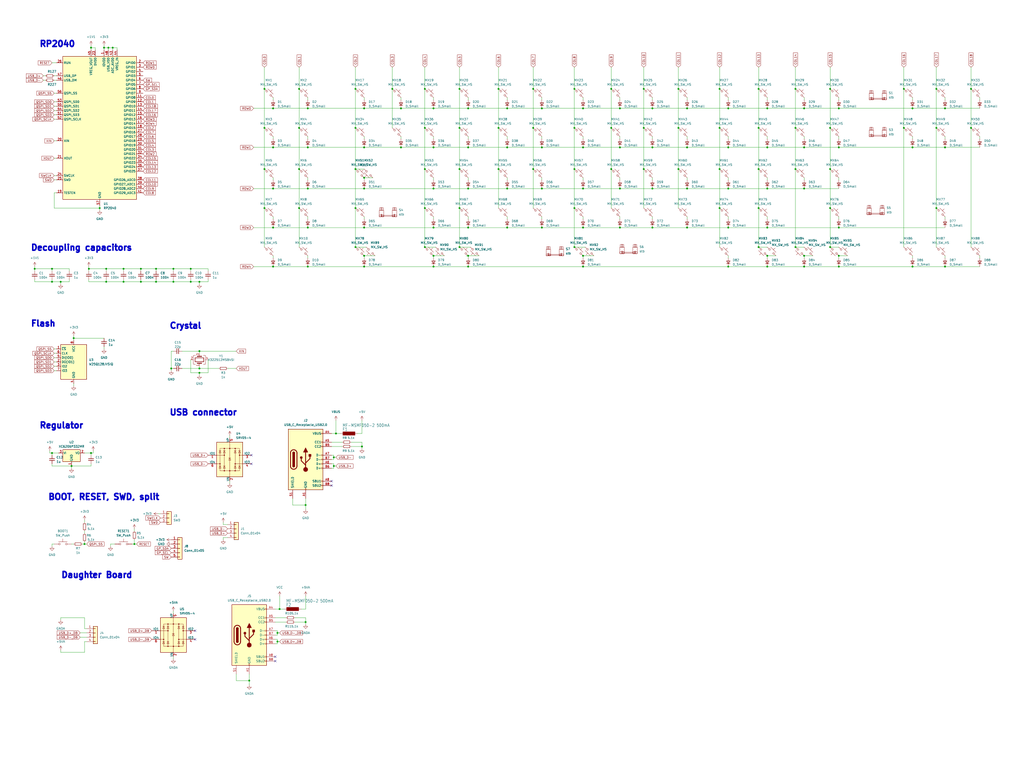
<source format=kicad_sch>
(kicad_sch (version 20230121) (generator eeschema)
  (paper "User" 599.999 450.012)
  (lib_symbols
    (symbol "Connector:USB_C_Receptacle_USB2.0" (pin_names (offset 1.016))
      (property "Reference" "J" (at -10.16 19.05 0))
      (property "Value" "USB_C_Receptacle_USB2.0" (at 19.05 19.05 0))
      (symbol "USB_C_Receptacle_USB2.0_1_1"
        (pin passive line (at 0 -22.86 90) (length 5.08) (name "GND") (number "A1"))
        (pin passive line (at 0 -22.86 90) (length 5.08) hide (name "GND") (number "A12"))
        (pin passive line (at 15.24 15.24 180) (length 5.08) (name "VBUS") (number "A4"))
        (pin bidirectional line (at 15.24 10.16 180) (length 5.08) (name "CC1") (number "A5"))
        (pin bidirectional line (at 15.24 -2.54 180) (length 5.08) (name "D+") (number "A6"))
        (pin bidirectional line (at 15.24 2.54 180) (length 5.08) (name "D-") (number "A7"))
        (pin bidirectional line (at 15.24 -12.7 180) (length 5.08) (name "SBU1") (number "A8"))
        (pin passive line (at 15.24 15.24 180) (length 5.08) hide (name "VBUS") (number "A9"))
        (pin passive line (at 0 -22.86 90) (length 5.08) hide (name "GND") (number "B1"))
        (pin passive line (at 0 -22.86 90) (length 5.08) hide (name "GND") (number "B12"))
        (pin passive line (at 15.24 15.24 180) (length 5.08) hide (name "VBUS") (number "B4"))
        (pin bidirectional line (at 15.24 7.62 180) (length 5.08) (name "CC2") (number "B5"))
        (pin bidirectional line (at 15.24 -5.08 180) (length 5.08) (name "D+") (number "B6"))
        (pin bidirectional line (at 15.24 0 180) (length 5.08) (name "D-") (number "B7"))
        (pin bidirectional line (at 15.24 -15.24 180) (length 5.08) (name "SBU2") (number "B8"))
        (pin passive line (at 15.24 15.24 180) (length 5.08) hide (name "VBUS") (number "B9"))
        (pin passive line (at -7.62 -22.86 90) (length 5.08) (name "SHIELD") (number "S1"))
      )
    )
    (symbol "Connector_Generic:Conn_01x03" (pin_names (offset 1.016) hide)
      (property "Reference" "J" (at 0 5.08 0))
      (property "Value" "Conn_01x03" (at 0 -5.08 0))
      (symbol "Conn_01x03_1_1"
        (pin passive line (at -5.08 2.54 0) (length 3.81) (name "Pin_1") (number "1"))
        (pin passive line (at -5.08 0 0) (length 3.81) (name "Pin_2") (number "2"))
        (pin passive line (at -5.08 -2.54 0) (length 3.81) (name "Pin_3") (number "3"))
      )
    )
    (symbol "Connector_Generic:Conn_01x04" (pin_names (offset 1.016) hide)
      (property "Reference" "J" (at 0 5.08 0))
      (property "Value" "Conn_01x04" (at 0 -7.62 0))
      (symbol "Conn_01x04_1_1"
        (pin passive line (at -5.08 2.54 0) (length 3.81) (name "Pin_1") (number "1"))
        (pin passive line (at -5.08 0 0) (length 3.81) (name "Pin_2") (number "2"))
        (pin passive line (at -5.08 -2.54 0) (length 3.81) (name "Pin_3") (number "3"))
        (pin passive line (at -5.08 -5.08 0) (length 3.81) (name "Pin_4") (number "4"))
      )
    )
    (symbol "Connector_Generic:Conn_01x05" (pin_names (offset 1.016) hide)
      (property "Reference" "J" (at 0 7.62 0))
      (property "Value" "Conn_01x05" (at 0 -7.62 0))
      (symbol "Conn_01x05_1_1"
        (pin passive line (at -5.08 5.08 0) (length 3.81) (name "Pin_1") (number "1"))
        (pin passive line (at -5.08 2.54 0) (length 3.81) (name "Pin_2") (number "2"))
        (pin passive line (at -5.08 0 0) (length 3.81) (name "Pin_3") (number "3"))
        (pin passive line (at -5.08 -2.54 0) (length 3.81) (name "Pin_4") (number "4"))
        (pin passive line (at -5.08 -5.08 0) (length 3.81) (name "Pin_5") (number "5"))
      )
    )
    (symbol "Device:C_Small" (pin_numbers hide) (pin_names (offset 0.254) hide)
      (property "Reference" "C" (at 0.254 1.778 0))
      (property "Value" "C_Small" (at 0.254 -2.032 0))
      (symbol "C_Small_1_1"
        (pin passive line (at 0 2.54 270) (length 2.032) (name "~") (number "1"))
        (pin passive line (at 0 -2.54 90) (length 2.032) (name "~") (number "2"))
      )
    )
    (symbol "Device:Crystal_GND24" (pin_names (offset 1.016) hide)
      (property "Reference" "Y" (at 3.175 5.08 0))
      (property "Value" "Crystal_GND24" (at 3.175 3.175 0))
      (symbol "Crystal_GND24_1_1"
        (pin passive line (at -3.81 0 0) (length 1.27) (name "1") (number "1"))
        (pin passive line (at 0 5.08 270) (length 1.27) (name "2") (number "2"))
        (pin passive line (at 3.81 0 180) (length 1.27) (name "3") (number "3"))
        (pin passive line (at 0 -5.08 90) (length 1.27) (name "4") (number "4"))
      )
    )
    (symbol "Device:D_Small" (pin_numbers hide) (pin_names (offset 0.254) hide)
      (property "Reference" "D" (at -1.27 2.032 0))
      (property "Value" "D_Small" (at -3.81 -2.032 0))
      (symbol "D_Small_1_1"
        (pin passive line (at -2.54 0 0) (length 1.778) (name "K") (number "1"))
        (pin passive line (at 2.54 0 180) (length 1.778) (name "A") (number "2"))
      )
    )
    (symbol "Device:R_Small" (pin_numbers hide) (pin_names (offset 0.254) hide)
      (property "Reference" "R" (at 0.762 0.508 0))
      (property "Value" "R_Small" (at 0.762 -1.016 0))
      (symbol "R_Small_1_1"
        (pin passive line (at 0 2.54 270) (length 0.762) (name "~") (number "1"))
        (pin passive line (at 0 -2.54 90) (length 0.762) (name "~") (number "2"))
      )
    )
    (symbol "Leonardo_Rev3e:L-EUL1812"
      (property "Reference" "L" (at -1.4986 -3.81 90))
      (property "Value" "L-EUL1812" (at 3.302 -3.81 90))
      (symbol "L-EUL1812_1_0"
        (pin passive line (at 0 5.08 270) (length 2.54) (name "1") (number "1"))
        (pin passive line (at 0 -5.08 90) (length 2.54) (name "2") (number "2"))
      )
    )
    (symbol "MCU_RaspberryPi:RP2040"
      (property "Reference" "U" (at 17.78 45.72 0))
      (property "Value" "RP2040" (at 17.78 43.18 0))
      (symbol "RP2040_1_1"
        (pin power_in line (at 2.54 45.72 270) (length 3.81) (name "IOVDD") (number "1"))
        (pin passive line (at 2.54 45.72 270) (length 3.81) hide (name "IOVDD") (number "10"))
        (pin bidirectional line (at 25.4 17.78 180) (length 3.81) (name "GPIO8") (number "11"))
        (pin bidirectional line (at 25.4 15.24 180) (length 3.81) (name "GPIO9") (number "12"))
        (pin bidirectional line (at 25.4 12.7 180) (length 3.81) (name "GPIO10") (number "13"))
        (pin bidirectional line (at 25.4 10.16 180) (length 3.81) (name "GPIO11") (number "14"))
        (pin bidirectional line (at 25.4 7.62 180) (length 3.81) (name "GPIO12") (number "15"))
        (pin bidirectional line (at 25.4 5.08 180) (length 3.81) (name "GPIO13") (number "16"))
        (pin bidirectional line (at 25.4 2.54 180) (length 3.81) (name "GPIO14") (number "17"))
        (pin bidirectional line (at 25.4 0 180) (length 3.81) (name "GPIO15") (number "18"))
        (pin input line (at -25.4 -38.1 0) (length 3.81) (name "TESTEN") (number "19"))
        (pin bidirectional line (at 25.4 38.1 180) (length 3.81) (name "GPIO0") (number "2"))
        (pin input line (at -25.4 -7.62 0) (length 3.81) (name "XIN") (number "20"))
        (pin passive line (at -25.4 -17.78 0) (length 3.81) (name "XOUT") (number "21"))
        (pin passive line (at 2.54 45.72 270) (length 3.81) hide (name "IOVDD") (number "22"))
        (pin power_in line (at -2.54 45.72 270) (length 3.81) (name "DVDD") (number "23"))
        (pin input line (at -25.4 -27.94 0) (length 3.81) (name "SWCLK") (number "24"))
        (pin bidirectional line (at -25.4 -30.48 0) (length 3.81) (name "SWD") (number "25"))
        (pin input line (at -25.4 38.1 0) (length 3.81) (name "RUN") (number "26"))
        (pin bidirectional line (at 25.4 -2.54 180) (length 3.81) (name "GPIO16") (number "27"))
        (pin bidirectional line (at 25.4 -5.08 180) (length 3.81) (name "GPIO17") (number "28"))
        (pin bidirectional line (at 25.4 -7.62 180) (length 3.81) (name "GPIO18") (number "29"))
        (pin bidirectional line (at 25.4 35.56 180) (length 3.81) (name "GPIO1") (number "3"))
        (pin bidirectional line (at 25.4 -10.16 180) (length 3.81) (name "GPIO19") (number "30"))
        (pin bidirectional line (at 25.4 -12.7 180) (length 3.81) (name "GPIO20") (number "31"))
        (pin bidirectional line (at 25.4 -15.24 180) (length 3.81) (name "GPIO21") (number "32"))
        (pin passive line (at 2.54 45.72 270) (length 3.81) hide (name "IOVDD") (number "33"))
        (pin bidirectional line (at 25.4 -17.78 180) (length 3.81) (name "GPIO22") (number "34"))
        (pin bidirectional line (at 25.4 -20.32 180) (length 3.81) (name "GPIO23") (number "35"))
        (pin bidirectional line (at 25.4 -22.86 180) (length 3.81) (name "GPIO24") (number "36"))
        (pin bidirectional line (at 25.4 -25.4 180) (length 3.81) (name "GPIO25") (number "37"))
        (pin bidirectional line (at 25.4 -30.48 180) (length 3.81) (name "GPIO26_ADC0") (number "38"))
        (pin bidirectional line (at 25.4 -33.02 180) (length 3.81) (name "GPIO27_ADC1") (number "39"))
        (pin bidirectional line (at 25.4 33.02 180) (length 3.81) (name "GPIO2") (number "4"))
        (pin bidirectional line (at 25.4 -35.56 180) (length 3.81) (name "GPIO28_ADC2") (number "40"))
        (pin bidirectional line (at 25.4 -38.1 180) (length 3.81) (name "GPIO29_ADC3") (number "41"))
        (pin passive line (at 2.54 45.72 270) (length 3.81) hide (name "IOVDD") (number "42"))
        (pin power_in line (at 7.62 45.72 270) (length 3.81) (name "ADC_AVDD") (number "43"))
        (pin power_in line (at 10.16 45.72 270) (length 3.81) (name "VREG_IN") (number "44"))
        (pin power_out line (at -5.08 45.72 270) (length 3.81) (name "VREG_VOUT") (number "45"))
        (pin bidirectional line (at -25.4 27.94 0) (length 3.81) (name "USB_DM") (number "46"))
        (pin bidirectional line (at -25.4 30.48 0) (length 3.81) (name "USB_DP") (number "47"))
        (pin power_in line (at 5.08 45.72 270) (length 3.81) (name "USB_VDD") (number "48"))
        (pin passive line (at 2.54 45.72 270) (length 3.81) hide (name "IOVDD") (number "49"))
        (pin bidirectional line (at 25.4 30.48 180) (length 3.81) (name "GPIO3") (number "5"))
        (pin passive line (at -2.54 45.72 270) (length 3.81) hide (name "DVDD") (number "50"))
        (pin bidirectional line (at -25.4 7.62 0) (length 3.81) (name "QSPI_SD3") (number "51"))
        (pin output line (at -25.4 5.08 0) (length 3.81) (name "QSPI_SCLK") (number "52"))
        (pin bidirectional line (at -25.4 15.24 0) (length 3.81) (name "QSPI_SD0") (number "53"))
        (pin bidirectional line (at -25.4 10.16 0) (length 3.81) (name "QSPI_SD2") (number "54"))
        (pin bidirectional line (at -25.4 12.7 0) (length 3.81) (name "QSPI_SD1") (number "55"))
        (pin bidirectional line (at -25.4 20.32 0) (length 3.81) (name "QSPI_SS") (number "56"))
        (pin power_in line (at 0 -45.72 90) (length 3.81) (name "GND") (number "57"))
        (pin bidirectional line (at 25.4 27.94 180) (length 3.81) (name "GPIO4") (number "6"))
        (pin bidirectional line (at 25.4 25.4 180) (length 3.81) (name "GPIO5") (number "7"))
        (pin bidirectional line (at 25.4 22.86 180) (length 3.81) (name "GPIO6") (number "8"))
        (pin bidirectional line (at 25.4 20.32 180) (length 3.81) (name "GPIO7") (number "9"))
      )
    )
    (symbol "Memory_Flash:W25Q128JVS"
      (property "Reference" "U" (at -8.89 8.89 0))
      (property "Value" "W25Q128JVS" (at 7.62 8.89 0))
      (symbol "W25Q128JVS_1_1"
        (pin input line (at -10.16 7.62 0) (length 2.54) (name "~{CS}") (number "1"))
        (pin bidirectional line (at -10.16 0 0) (length 2.54) (name "DO(IO1)") (number "2"))
        (pin bidirectional line (at -10.16 -2.54 0) (length 2.54) (name "IO2") (number "3"))
        (pin power_in line (at 0 -12.7 90) (length 2.54) (name "GND") (number "4"))
        (pin bidirectional line (at -10.16 2.54 0) (length 2.54) (name "DI(IO0)") (number "5"))
        (pin input line (at -10.16 5.08 0) (length 2.54) (name "CLK") (number "6"))
        (pin bidirectional line (at -10.16 -5.08 0) (length 2.54) (name "IO3") (number "7"))
        (pin power_in line (at 0 12.7 270) (length 2.54) (name "VCC") (number "8"))
      )
    )
    (symbol "PCM_marbastlib-mx:MX_SW_HS" (pin_numbers hide) (pin_names (offset 1.016) hide)
      (property "Reference" "MX" (at 3.048 1.016 0))
      (property "Value" "MX_SW_HS" (at 0 -3.81 0))
      (symbol "MX_SW_HS_0_1"
        (pin passive line (at -2.54 2.54 0) (length 0) (name "1") (number "1"))
        (pin passive line (at 2.54 -2.54 180) (length 0) (name "2") (number "2"))
      )
    )
    (symbol "PCM_marbastlib-mx:MX_stab" (pin_names (offset 1.016))
      (property "Reference" "S" (at -5.08 6.35 0))
      (property "Value" "MX_stab" (at -5.08 3.81 0))
    )
    (symbol "PCM_marbastlib-various:SRV05-4" (pin_names (offset 0))
      (property "Reference" "U" (at -5.08 11.43 0))
      (property "Value" "SRV05-4" (at 2.54 11.43 0))
      (symbol "SRV05-4_1_1"
        (pin passive line (at -12.7 2.54 0) (length 5.08) (name "IO1") (number "1"))
        (pin passive line (at 0 -12.7 90) (length 2.54) (name "VN") (number "2"))
        (pin passive line (at 12.7 2.54 180) (length 5.08) (name "IO2") (number "3"))
        (pin passive line (at 12.7 -2.54 180) (length 5.08) (name "IO3") (number "4"))
        (pin passive line (at 0 12.7 270) (length 2.54) (name "VP") (number "5"))
        (pin passive line (at -12.7 -2.54 0) (length 5.08) (name "IO4") (number "6"))
      )
    )
    (symbol "Regulator_Linear:XC6206PxxxMR" (pin_names (offset 0.254))
      (property "Reference" "U" (at -3.81 3.175 0))
      (property "Value" "XC6206PxxxMR" (at 0 3.175 0))
      (symbol "XC6206PxxxMR_1_1"
        (pin power_in line (at 0 -7.62 90) (length 2.54) (name "GND") (number "1"))
        (pin power_out line (at 7.62 0 180) (length 2.54) (name "VO") (number "2"))
        (pin power_in line (at -7.62 0 0) (length 2.54) (name "VI") (number "3"))
      )
    )
    (symbol "Switch:SW_Push" (pin_numbers hide) (pin_names (offset 1.016) hide)
      (property "Reference" "SW" (at 1.27 2.54 0))
      (property "Value" "SW_Push" (at 0 -1.524 0))
      (symbol "SW_Push_0_1"
        (pin passive line (at -5.08 0 0) (length 2.54) (name "1") (number "1"))
        (pin passive line (at 5.08 0 180) (length 2.54) (name "2") (number "2"))
      )
    )
    (symbol "power:+1V1" (power) (pin_names (offset 0))
      (property "Value" "+1V1" (at 0 3.556 0))
      (symbol "+1V1_1_1"
        (pin power_in line (at 0 0 90) (length 0) hide (name "+1V1") (number "1"))
      )
    )
    (symbol "power:+3V3" (power) (pin_names (offset 0))
      (property "Value" "+3V3" (at 0 3.556 0))
      (symbol "+3V3_1_1"
        (pin power_in line (at 0 0 90) (length 0) hide (name "+3V3") (number "1"))
      )
    )
    (symbol "power:+5V" (power) (pin_names (offset 0))
      (property "Value" "+5V" (at 0 3.556 0))
      (symbol "+5V_1_1"
        (pin power_in line (at 0 0 90) (length 0) hide (name "+5V") (number "1"))
      )
    )
    (symbol "power:+5VA" (power) (pin_names (offset 0))
      (property "Value" "+5VA" (at 0 3.556 0))
      (symbol "+5VA_1_1"
        (pin power_in line (at 0 0 90) (length 0) hide (name "+5VA") (number "1"))
      )
    )
    (symbol "power:GND" (power) (pin_names (offset 0))
      (property "Value" "GND" (at 0 -3.81 0))
      (symbol "GND_1_1"
        (pin power_in line (at 0 0 270) (length 0) hide (name "GND") (number "1"))
      )
    )
    (symbol "power:GNDA" (power) (pin_names (offset 0))
      (property "Value" "GNDA" (at 0 -3.81 0))
      (symbol "GNDA_1_1"
        (pin power_in line (at 0 0 270) (length 0) hide (name "GNDA") (number "1"))
      )
    )
    (symbol "power:VBUS" (power) (pin_names (offset 0))
      (property "Value" "VBUS" (at 0 3.81 0))
      (symbol "VBUS_1_1"
        (pin power_in line (at 0 0 90) (length 0) hide (name "VBUS") (number "1"))
      )
    )
    (symbol "power:VCC" (power) (pin_names (offset 0))
      (property "Value" "VCC" (at 0 3.81 0))
      (symbol "VCC_1_1"
        (pin power_in line (at 0 0 90) (length 0) hide (name "VCC") (number "1"))
      )
    )
  )
  (junction (at 49.53 318.77))
  (junction (at 162.56 375.92))
  (junction (at 116.84 215.9))
  (junction (at 101.6 157.48))
  (junction (at 363.22 110.49))
  (junction (at 160.02 63.5))
  (junction (at 421.64 52.07))
  (junction (at 208.28 52.07))
  (junction (at 208.28 121.92))
  (junction (at 336.55 52.07))
  (junction (at 336.55 144.78))
  (junction (at 269.24 144.78))
  (junction (at 466.09 74.93))
  (junction (at 363.22 86.36))
  (junction (at 312.42 99.06))
  (junction (at 382.27 133.35))
  (junction (at 254 110.49))
  (junction (at 341.63 63.5))
  (junction (at 274.32 63.5))
  (junction (at 449.58 149.86))
  (junction (at 35.56 165.1))
  (junction (at 317.5 86.36))
  (junction (at 154.94 74.93))
  (junction (at 529.59 74.93))
  (junction (at 336.55 74.93))
  (junction (at 397.51 74.93))
  (junction (at 426.72 133.35))
  (junction (at 58.42 121.92))
  (junction (at 486.41 144.78))
  (junction (at 254 149.86))
  (junction (at 213.36 86.36))
  (junction (at 175.26 99.06))
  (junction (at 30.48 157.48))
  (junction (at 248.92 99.06))
  (junction (at 180.34 133.35))
  (junction (at 444.5 74.93))
  (junction (at 336.55 121.92))
  (junction (at 179.07 295.91))
  (junction (at 336.55 99.06))
  (junction (at 471.17 149.86))
  (junction (at 208.28 74.93))
  (junction (at 30.48 165.1))
  (junction (at 358.14 99.06))
  (junction (at 426.72 156.21))
  (junction (at 213.36 104.14))
  (junction (at 60.96 27.94))
  (junction (at 175.26 121.92))
  (junction (at 444.5 144.78))
  (junction (at 111.76 165.1))
  (junction (at 568.96 52.07))
  (junction (at 449.58 63.5))
  (junction (at 269.24 52.07))
  (junction (at 179.07 364.49))
  (junction (at 382.27 110.49))
  (junction (at 421.64 74.93))
  (junction (at 402.59 110.49))
  (junction (at 195.58 267.97))
  (junction (at 377.19 52.07))
  (junction (at 491.49 133.35))
  (junction (at 449.58 86.36))
  (junction (at 297.18 86.36))
  (junction (at 154.94 52.07))
  (junction (at 397.51 52.07))
  (junction (at 426.72 63.5))
  (junction (at 449.58 133.35))
  (junction (at 397.51 99.06))
  (junction (at 213.36 110.49))
  (junction (at 377.19 99.06))
  (junction (at 229.87 52.07))
  (junction (at 82.55 157.48))
  (junction (at 146.05 398.78))
  (junction (at 358.14 52.07))
  (junction (at 53.34 265.43))
  (junction (at 317.5 133.35))
  (junction (at 160.02 110.49))
  (junction (at 160.02 86.36))
  (junction (at 444.5 121.92))
  (junction (at 248.92 121.92))
  (junction (at 491.49 63.5))
  (junction (at 196.85 254))
  (junction (at 63.5 27.94))
  (junction (at 568.96 74.93))
  (junction (at 274.32 86.36))
  (junction (at 116.84 165.1))
  (junction (at 548.64 121.92))
  (junction (at 534.67 156.21))
  (junction (at 269.24 99.06))
  (junction (at 254 86.36))
  (junction (at 553.72 63.5))
  (junction (at 471.17 156.21))
  (junction (at 254 63.5))
  (junction (at 116.84 218.44))
  (junction (at 195.58 273.05))
  (junction (at 111.76 157.48))
  (junction (at 491.49 156.21))
  (junction (at 382.27 86.36))
  (junction (at 269.24 121.92))
  (junction (at 486.41 52.07))
  (junction (at 444.5 99.06))
  (junction (at 234.95 63.5))
  (junction (at 421.64 99.06))
  (junction (at 213.36 63.5))
  (junction (at 471.17 110.49))
  (junction (at 160.02 133.35))
  (junction (at 100.33 215.9))
  (junction (at 317.5 110.49))
  (junction (at 269.24 74.93))
  (junction (at 234.95 86.36))
  (junction (at 20.32 157.48))
  (junction (at 274.32 110.49))
  (junction (at 471.17 63.5))
  (junction (at 363.22 133.35))
  (junction (at 101.6 165.1))
  (junction (at 208.28 144.78))
  (junction (at 208.28 99.06))
  (junction (at 548.64 74.93))
  (junction (at 248.92 144.78))
  (junction (at 78.74 318.77))
  (junction (at 52.07 157.48))
  (junction (at 91.44 165.1))
  (junction (at 72.39 157.48))
  (junction (at 491.49 149.86))
  (junction (at 248.92 52.07))
  (junction (at 213.36 156.21))
  (junction (at 66.04 27.94))
  (junction (at 312.42 52.07))
  (junction (at 297.18 63.5))
  (junction (at 72.39 165.1))
  (junction (at 180.34 156.21))
  (junction (at 212.09 261.62))
  (junction (at 163.83 356.87))
  (junction (at 341.63 133.35))
  (junction (at 341.63 86.36))
  (junction (at 43.18 198.12))
  (junction (at 274.32 149.86))
  (junction (at 553.72 86.36))
  (junction (at 382.27 63.5))
  (junction (at 486.41 74.93))
  (junction (at 449.58 156.21))
  (junction (at 312.42 74.93))
  (junction (at 491.49 86.36))
  (junction (at 341.63 110.49))
  (junction (at 62.23 157.48))
  (junction (at 317.5 63.5))
  (junction (at 421.64 121.92))
  (junction (at 248.92 74.93))
  (junction (at 274.32 156.21))
  (junction (at 175.26 52.07))
  (junction (at 180.34 86.36))
  (junction (at 444.5 52.07))
  (junction (at 402.59 133.35))
  (junction (at 91.44 157.48))
  (junction (at 297.18 133.35))
  (junction (at 363.22 63.5))
  (junction (at 377.19 74.93))
  (junction (at 341.63 149.86))
  (junction (at 402.59 63.5))
  (junction (at 154.94 99.06))
  (junction (at 180.34 63.5))
  (junction (at 341.63 156.21))
  (junction (at 486.41 99.06))
  (junction (at 175.26 74.93))
  (junction (at 486.41 121.92))
  (junction (at 160.02 156.21))
  (junction (at 466.09 99.06))
  (junction (at 402.59 86.36))
  (junction (at 254 156.21))
  (junction (at 292.1 99.06))
  (junction (at 553.72 156.21))
  (junction (at 292.1 74.93))
  (junction (at 254 133.35))
  (junction (at 213.36 149.86))
  (junction (at 426.72 86.36))
  (junction (at 154.94 121.92))
  (junction (at 41.91 273.05))
  (junction (at 466.09 144.78))
  (junction (at 449.58 110.49))
  (junction (at 82.55 165.1))
  (junction (at 53.34 27.94))
  (junction (at 534.67 86.36))
  (junction (at 297.18 110.49))
  (junction (at 471.17 86.36))
  (junction (at 534.67 63.5))
  (junction (at 426.72 110.49))
  (junction (at 162.56 370.84))
  (junction (at 62.23 165.1))
  (junction (at 358.14 74.93))
  (junction (at 180.34 110.49))
  (junction (at 274.32 133.35))
  (junction (at 529.59 52.07))
  (junction (at 116.84 205.74))
  (junction (at 548.64 52.07))
  (junction (at 213.36 133.35))
  (junction (at 30.48 265.43))
  (junction (at 292.1 52.07))
  (junction (at 466.09 52.07))
  (no_connect (at 147.32 266.7))
  (no_connect (at 147.32 271.78))
  (no_connect (at 194.31 284.48))
  (no_connect (at 161.29 384.81))
  (no_connect (at 194.31 281.94))
  (no_connect (at 161.29 387.35))
  (no_connect (at 114.3 374.65))
  (no_connect (at 114.3 369.57))
  (wire (pts (xy 553.72 86.36) (xy 574.04 86.36)))
  (wire (pts (xy 54.61 265.43) (xy 54.61 264.16)))
  (wire (pts (xy 91.44 158.75) (xy 91.44 157.48)))
  (wire (pts (xy 116.84 219.71) (xy 116.84 218.44)))
  (wire (pts (xy 486.41 74.93) (xy 486.41 99.06)))
  (wire (pts (xy 449.58 151.13) (xy 449.58 149.86)))
  (wire (pts (xy 138.43 398.78) (xy 146.05 398.78)))
  (wire (pts (xy 175.26 52.07) (xy 175.26 74.93)))
  (wire (pts (xy 213.36 86.36) (xy 234.95 86.36)))
  (wire (pts (xy 160.02 151.13) (xy 160.02 149.86)))
  (wire (pts (xy 161.29 369.57) (xy 162.56 369.57)))
  (wire (pts (xy 82.55 157.48) (xy 91.44 157.48)))
  (wire (pts (xy 146.05 398.78) (xy 146.05 401.32)))
  (wire (pts (xy 402.59 86.36) (xy 426.72 86.36)))
  (wire (pts (xy 31.75 82.55) (xy 33.02 82.55)))
  (wire (pts (xy 317.5 63.5) (xy 341.63 63.5)))
  (wire (pts (xy 154.94 74.93) (xy 154.94 99.06)))
  (wire (pts (xy 529.59 39.37) (xy 529.59 52.07)))
  (wire (pts (xy 101.6 384.81) (xy 101.6 386.08)))
  (wire (pts (xy 548.64 121.92) (xy 548.64 144.78)))
  (wire (pts (xy 55.88 27.94) (xy 55.88 29.21)))
  (wire (pts (xy 269.24 39.37) (xy 269.24 52.07)))
  (wire (pts (xy 180.34 105.41) (xy 180.34 104.14)))
  (wire (pts (xy 254 58.42) (xy 254 57.15)))
  (wire (pts (xy 162.56 370.84) (xy 162.56 369.57)))
  (wire (pts (xy 444.5 121.92) (xy 444.5 144.78)))
  (wire (pts (xy 341.63 151.13) (xy 341.63 149.86)))
  (wire (pts (xy 205.74 261.62) (xy 212.09 261.62)))
  (wire (pts (xy 78.74 309.88) (xy 78.74 311.15)))
  (wire (pts (xy 449.58 58.42) (xy 449.58 57.15)))
  (wire (pts (xy 121.92 165.1) (xy 121.92 163.83)))
  (wire (pts (xy 146.05 394.97) (xy 146.05 398.78)))
  (wire (pts (xy 358.14 99.06) (xy 358.14 121.92)))
  (wire (pts (xy 100.33 215.9) (xy 101.6 215.9)))
  (wire (pts (xy 101.6 158.75) (xy 101.6 157.48)))
  (wire (pts (xy 534.67 151.13) (xy 534.67 149.86)))
  (wire (pts (xy 60.96 26.67) (xy 60.96 27.94)))
  (wire (pts (xy 341.63 105.41) (xy 341.63 104.14)))
  (wire (pts (xy 160.02 86.36) (xy 180.34 86.36)))
  (wire (pts (xy 82.55 163.83) (xy 82.55 165.1)))
  (wire (pts (xy 116.84 214.63) (xy 116.84 215.9)))
  (wire (pts (xy 382.27 58.42) (xy 382.27 57.15)))
  (wire (pts (xy 234.95 63.5) (xy 254 63.5)))
  (wire (pts (xy 50.8 375.92) (xy 49.53 375.92)))
  (wire (pts (xy 130.81 306.07) (xy 130.81 307.34)))
  (wire (pts (xy 194.31 261.62) (xy 200.66 261.62)))
  (wire (pts (xy 25.4 46.99) (xy 26.67 46.99)))
  (wire (pts (xy 35.56 381) (xy 35.56 382.27)))
  (wire (pts (xy 163.83 349.25) (xy 163.83 356.87)))
  (wire (pts (xy 180.34 151.13) (xy 180.34 149.86)))
  (wire (pts (xy 52.07 165.1) (xy 62.23 165.1)))
  (wire (pts (xy 91.44 163.83) (xy 91.44 165.1)))
  (wire (pts (xy 363.22 81.28) (xy 363.22 80.01)))
  (wire (pts (xy 491.49 105.41) (xy 491.49 104.14)))
  (wire (pts (xy 471.17 105.41) (xy 471.17 104.14)))
  (wire (pts (xy 171.45 292.1) (xy 171.45 295.91)))
  (wire (pts (xy 491.49 128.27) (xy 491.49 127)))
  (wire (pts (xy 534.67 63.5) (xy 553.72 63.5)))
  (wire (pts (xy 194.31 274.32) (xy 195.58 274.32)))
  (wire (pts (xy 148.59 86.36) (xy 160.02 86.36)))
  (wire (pts (xy 534.67 58.42) (xy 534.67 57.15)))
  (wire (pts (xy 49.53 375.92) (xy 49.53 382.27)))
  (wire (pts (xy 194.31 259.08) (xy 200.66 259.08)))
  (wire (pts (xy 292.1 99.06) (xy 292.1 121.92)))
  (wire (pts (xy 148.59 110.49) (xy 160.02 110.49)))
  (wire (pts (xy 426.72 105.41) (xy 426.72 104.14)))
  (wire (pts (xy 48.26 318.77) (xy 49.53 318.77)))
  (wire (pts (xy 62.23 157.48) (xy 72.39 157.48)))
  (wire (pts (xy 175.26 74.93) (xy 175.26 99.06)))
  (wire (pts (xy 471.17 86.36) (xy 491.49 86.36)))
  (wire (pts (xy 269.24 99.06) (xy 269.24 121.92)))
  (wire (pts (xy 248.92 99.06) (xy 248.92 121.92)))
  (wire (pts (xy 60.96 203.2) (xy 60.96 204.47)))
  (wire (pts (xy 212.09 259.08) (xy 212.09 261.62)))
  (wire (pts (xy 25.4 44.45) (xy 26.67 44.45)))
  (wire (pts (xy 449.58 128.27) (xy 449.58 127)))
  (wire (pts (xy 196.85 254) (xy 199.39 254)))
  (wire (pts (xy 31.75 113.03) (xy 31.75 121.92)))
  (wire (pts (xy 363.22 128.27) (xy 363.22 127)))
  (wire (pts (xy 449.58 63.5) (xy 471.17 63.5)))
  (wire (pts (xy 426.72 63.5) (xy 449.58 63.5)))
  (wire (pts (xy 31.75 46.99) (xy 33.02 46.99)))
  (wire (pts (xy 121.92 210.82) (xy 121.92 218.44)))
  (wire (pts (xy 553.72 58.42) (xy 553.72 57.15)))
  (wire (pts (xy 426.72 86.36) (xy 449.58 86.36)))
  (wire (pts (xy 363.22 133.35) (xy 382.27 133.35)))
  (wire (pts (xy 248.92 74.93) (xy 248.92 99.06)))
  (wire (pts (xy 180.34 110.49) (xy 213.36 110.49)))
  (wire (pts (xy 205.74 259.08) (xy 212.09 259.08)))
  (wire (pts (xy 471.17 81.28) (xy 471.17 80.01)))
  (wire (pts (xy 49.53 312.42) (xy 49.53 311.15)))
  (wire (pts (xy 382.27 81.28) (xy 382.27 80.01)))
  (wire (pts (xy 20.32 158.75) (xy 20.32 157.48)))
  (wire (pts (xy 111.76 157.48) (xy 121.92 157.48)))
  (wire (pts (xy 402.59 133.35) (xy 426.72 133.35)))
  (wire (pts (xy 491.49 63.5) (xy 534.67 63.5)))
  (wire (pts (xy 58.42 123.19) (xy 58.42 121.92)))
  (wire (pts (xy 53.34 29.21) (xy 53.34 27.94)))
  (wire (pts (xy 72.39 165.1) (xy 82.55 165.1)))
  (wire (pts (xy 486.41 99.06) (xy 486.41 121.92)))
  (wire (pts (xy 49.53 368.3) (xy 50.8 368.3)))
  (wire (pts (xy 312.42 74.93) (xy 312.42 99.06)))
  (wire (pts (xy 491.49 156.21) (xy 534.67 156.21)))
  (wire (pts (xy 254 86.36) (xy 274.32 86.36)))
  (wire (pts (xy 60.96 27.94) (xy 63.5 27.94)))
  (wire (pts (xy 121.92 157.48) (xy 121.92 158.75)))
  (wire (pts (xy 553.72 63.5) (xy 574.04 63.5)))
  (wire (pts (xy 292.1 74.93) (xy 292.1 99.06)))
  (wire (pts (xy 175.26 121.92) (xy 175.26 144.78)))
  (wire (pts (xy 43.18 196.85) (xy 43.18 198.12)))
  (wire (pts (xy 449.58 110.49) (xy 471.17 110.49)))
  (wire (pts (xy 160.02 58.42) (xy 160.02 57.15)))
  (wire (pts (xy 336.55 121.92) (xy 336.55 144.78)))
  (wire (pts (xy 208.28 39.37) (xy 208.28 52.07)))
  (wire (pts (xy 426.72 133.35) (xy 449.58 133.35)))
  (wire (pts (xy 363.22 63.5) (xy 382.27 63.5)))
  (wire (pts (xy 363.22 58.42) (xy 363.22 57.15)))
  (wire (pts (xy 213.36 63.5) (xy 234.95 63.5)))
  (wire (pts (xy 213.36 151.13) (xy 213.36 149.86)))
  (wire (pts (xy 30.48 273.05) (xy 41.91 273.05)))
  (wire (pts (xy 382.27 105.41) (xy 382.27 104.14)))
  (wire (pts (xy 130.81 314.96) (xy 130.81 316.23)))
  (wire (pts (xy 491.49 149.86) (xy 496.57 149.86)))
  (wire (pts (xy 553.72 128.27) (xy 553.72 127)))
  (wire (pts (xy 274.32 63.5) (xy 297.18 63.5)))
  (wire (pts (xy 194.31 269.24) (xy 195.58 269.24)))
  (wire (pts (xy 382.27 133.35) (xy 402.59 133.35)))
  (wire (pts (xy 529.59 52.07) (xy 529.59 74.93)))
  (wire (pts (xy 454.66 149.86) (xy 449.58 149.86)))
  (wire (pts (xy 297.18 133.35) (xy 317.5 133.35)))
  (wire (pts (xy 41.91 273.05) (xy 53.34 273.05)))
  (wire (pts (xy 148.59 156.21) (xy 160.02 156.21)))
  (wire (pts (xy 269.24 144.78) (xy 275.59 144.78)))
  (wire (pts (xy 274.32 133.35) (xy 297.18 133.35)))
  (wire (pts (xy 341.63 149.86) (xy 347.98 149.86)))
  (wire (pts (xy 72.39 158.75) (xy 72.39 157.48)))
  (wire (pts (xy 31.75 217.17) (xy 33.02 217.17)))
  (wire (pts (xy 35.56 165.1) (xy 40.64 165.1)))
  (wire (pts (xy 248.92 52.07) (xy 248.92 74.93)))
  (wire (pts (xy 31.75 209.55) (xy 33.02 209.55)))
  (wire (pts (xy 208.28 144.78) (xy 214.63 144.78)))
  (wire (pts (xy 154.94 121.92) (xy 154.94 144.78)))
  (wire (pts (xy 180.34 81.28) (xy 180.34 80.01)))
  (wire (pts (xy 116.84 215.9) (xy 128.27 215.9)))
  (wire (pts (xy 377.19 52.07) (xy 377.19 74.93)))
  (wire (pts (xy 154.94 99.06) (xy 154.94 121.92)))
  (wire (pts (xy 397.51 52.07) (xy 397.51 74.93)))
  (wire (pts (xy 471.17 110.49) (xy 491.49 110.49)))
  (wire (pts (xy 471.17 58.42) (xy 471.17 57.15)))
  (wire (pts (xy 234.95 81.28) (xy 234.95 80.01)))
  (wire (pts (xy 116.84 207.01) (xy 116.84 205.74)))
  (wire (pts (xy 160.02 105.41) (xy 160.02 104.14)))
  (wire (pts (xy 78.74 316.23) (xy 78.74 318.77)))
  (wire (pts (xy 130.81 307.34) (xy 133.35 307.34)))
  (wire (pts (xy 402.59 81.28) (xy 402.59 80.01)))
  (wire (pts (xy 30.48 157.48) (xy 40.64 157.48)))
  (wire (pts (xy 377.19 99.06) (xy 377.19 121.92)))
  (wire (pts (xy 312.42 99.06) (xy 312.42 121.92)))
  (wire (pts (xy 471.17 151.13) (xy 471.17 149.86)))
  (wire (pts (xy 297.18 86.36) (xy 317.5 86.36)))
  (wire (pts (xy 336.55 39.37) (xy 336.55 52.07)))
  (wire (pts (xy 163.83 356.87) (xy 166.37 356.87)))
  (wire (pts (xy 466.09 144.78) (xy 471.17 144.78)))
  (wire (pts (xy 312.42 39.37) (xy 312.42 52.07)))
  (wire (pts (xy 35.56 382.27) (xy 49.53 382.27)))
  (wire (pts (xy 49.53 318.77) (xy 50.8 318.77)))
  (wire (pts (xy 317.5 81.28) (xy 317.5 80.01)))
  (wire (pts (xy 100.33 215.9) (xy 100.33 217.17)))
  (wire (pts (xy 30.48 318.77) (xy 30.48 320.04)))
  (wire (pts (xy 274.32 81.28) (xy 274.32 80.01)))
  (wire (pts (xy 274.32 110.49) (xy 297.18 110.49)))
  (wire (pts (xy 175.26 99.06) (xy 175.26 121.92)))
  (wire (pts (xy 444.5 99.06) (xy 444.5 121.92)))
  (wire (pts (xy 274.32 58.42) (xy 274.32 57.15)))
  (wire (pts (xy 402.59 128.27) (xy 402.59 127)))
  (wire (pts (xy 160.02 133.35) (xy 180.34 133.35)))
  (wire (pts (xy 486.41 144.78) (xy 491.49 144.78)))
  (wire (pts (xy 111.76 218.44) (xy 116.84 218.44)))
  (wire (pts (xy 195.58 273.05) (xy 195.58 271.78)))
  (wire (pts (xy 341.63 86.36) (xy 363.22 86.36)))
  (wire (pts (xy 297.18 110.49) (xy 317.5 110.49)))
  (wire (pts (xy 66.04 29.21) (xy 66.04 27.94)))
  (wire (pts (xy 213.36 110.49) (xy 254 110.49)))
  (wire (pts (xy 29.21 265.43) (xy 30.48 265.43)))
  (wire (pts (xy 30.48 165.1) (xy 35.56 165.1)))
  (wire (pts (xy 248.92 121.92) (xy 248.92 144.78)))
  (wire (pts (xy 91.44 157.48) (xy 101.6 157.48)))
  (wire (pts (xy 317.5 133.35) (xy 341.63 133.35)))
  (wire (pts (xy 31.75 214.63) (xy 33.02 214.63)))
  (wire (pts (xy 58.42 121.92) (xy 58.42 120.65)))
  (wire (pts (xy 116.84 205.74) (xy 138.43 205.74)))
  (wire (pts (xy 341.63 128.27) (xy 341.63 127)))
  (wire (pts (xy 486.41 121.92) (xy 486.41 144.78)))
  (wire (pts (xy 106.68 215.9) (xy 116.84 215.9)))
  (wire (pts (xy 229.87 52.07) (xy 229.87 74.93)))
  (wire (pts (xy 297.18 128.27) (xy 297.18 127)))
  (wire (pts (xy 397.51 74.93) (xy 397.51 99.06)))
  (wire (pts (xy 66.04 27.94) (xy 68.58 27.94)))
  (wire (pts (xy 31.75 318.77) (xy 30.48 318.77)))
  (wire (pts (xy 154.94 52.07) (xy 154.94 74.93)))
  (wire (pts (xy 269.24 74.93) (xy 269.24 99.06)))
  (wire (pts (xy 212.09 262.89) (xy 212.09 261.62)))
  (wire (pts (xy 208.28 121.92) (xy 208.28 144.78)))
  (wire (pts (xy 213.36 104.14) (xy 213.36 105.41)))
  (wire (pts (xy 30.48 265.43) (xy 30.48 266.7)))
  (wire (pts (xy 160.02 110.49) (xy 180.34 110.49)))
  (wire (pts (xy 274.32 149.86) (xy 273.05 149.86)))
  (wire (pts (xy 82.55 165.1) (xy 91.44 165.1)))
  (wire (pts (xy 548.64 52.07) (xy 548.64 74.93)))
  (wire (pts (xy 82.55 158.75) (xy 82.55 157.48)))
  (wire (pts (xy 31.75 212.09) (xy 33.02 212.09)))
  (wire (pts (xy 358.14 39.37) (xy 358.14 52.07)))
  (wire (pts (xy 297.18 81.28) (xy 297.18 80.01)))
  (wire (pts (xy 116.84 166.37) (xy 116.84 165.1)))
  (wire (pts (xy 161.29 364.49) (xy 167.64 364.49)))
  (wire (pts (xy 274.32 151.13) (xy 274.32 149.86)))
  (wire (pts (xy 208.28 74.93) (xy 208.28 99.06)))
  (wire (pts (xy 317.5 86.36) (xy 341.63 86.36)))
  (wire (pts (xy 31.75 54.61) (xy 33.02 54.61)))
  (wire (pts (xy 62.23 163.83) (xy 62.23 165.1)))
  (wire (pts (xy 30.48 265.43) (xy 34.29 265.43)))
  (wire (pts (xy 466.09 52.07) (xy 466.09 74.93)))
  (wire (pts (xy 208.28 52.07) (xy 208.28 74.93)))
  (wire (pts (xy 101.6 163.83) (xy 101.6 165.1)))
  (wire (pts (xy 491.49 86.36) (xy 534.67 86.36)))
  (wire (pts (xy 274.32 128.27) (xy 274.32 127)))
  (wire (pts (xy 67.31 318.77) (xy 64.77 318.77)))
  (wire (pts (xy 312.42 52.07) (xy 312.42 74.93)))
  (wire (pts (xy 426.72 81.28) (xy 426.72 80.01)))
  (wire (pts (xy 180.34 63.5) (xy 213.36 63.5)))
  (wire (pts (xy 43.18 198.12) (xy 60.96 198.12)))
  (wire (pts (xy 444.5 74.93) (xy 444.5 99.06)))
  (wire (pts (xy 377.19 74.93) (xy 377.19 99.06)))
  (wire (pts (xy 254 81.28) (xy 254 80.01)))
  (wire (pts (xy 292.1 52.07) (xy 292.1 74.93)))
  (wire (pts (xy 336.55 144.78) (xy 342.9 144.78)))
  (wire (pts (xy 179.07 292.1) (xy 179.07 295.91)))
  (wire (pts (xy 160.02 156.21) (xy 180.34 156.21)))
  (wire (pts (xy 161.29 356.87) (xy 163.83 356.87)))
  (wire (pts (xy 248.92 39.37) (xy 248.92 52.07)))
  (wire (pts (xy 53.34 271.78) (xy 53.34 273.05)))
  (wire (pts (xy 53.34 265.43) (xy 53.34 266.7)))
  (wire (pts (xy 52.07 158.75) (xy 52.07 157.48)))
  (wire (pts (xy 274.32 105.41) (xy 274.32 104.14)))
  (wire (pts (xy 49.53 361.95) (xy 49.53 368.3)))
  (wire (pts (xy 471.17 156.21) (xy 491.49 156.21)))
  (wire (pts (xy 64.77 318.77) (xy 64.77 320.04)))
  (wire (pts (xy 548.64 39.37) (xy 548.64 52.07)))
  (wire (pts (xy 62.23 157.48) (xy 62.23 158.75)))
  (wire (pts (xy 162.56 374.65) (xy 161.29 374.65)))
  (wire (pts (xy 29.21 265.43) (xy 29.21 264.16)))
  (wire (pts (xy 534.67 81.28) (xy 534.67 80.01)))
  (wire (pts (xy 213.36 156.21) (xy 254 156.21)))
  (wire (pts (xy 421.64 121.92) (xy 421.64 144.78)))
  (wire (pts (xy 397.51 99.06) (xy 397.51 121.92)))
  (wire (pts (xy 397.51 39.37) (xy 397.51 52.07)))
  (wire (pts (xy 78.74 318.77) (xy 77.47 318.77)))
  (wire (pts (xy 161.29 377.19) (xy 162.56 377.19)))
  (wire (pts (xy 53.34 26.67) (xy 53.34 27.94)))
  (wire (pts (xy 31.75 62.23) (xy 33.02 62.23)))
  (wire (pts (xy 196.85 267.97) (xy 195.58 267.97)))
  (wire (pts (xy 402.59 105.41) (xy 402.59 104.14)))
  (wire (pts (xy 46.99 370.84) (xy 50.8 370.84)))
  (wire (pts (xy 138.43 394.97) (xy 138.43 398.78)))
  (wire (pts (xy 553.72 156.21) (xy 574.04 156.21)))
  (wire (pts (xy 426.72 128.27) (xy 426.72 127)))
  (wire (pts (xy 471.17 149.86) (xy 476.25 149.86)))
  (wire (pts (xy 382.27 110.49) (xy 402.59 110.49)))
  (wire (pts (xy 317.5 105.41) (xy 317.5 104.14)))
  (wire (pts (xy 161.29 372.11) (xy 162.56 372.11)))
  (wire (pts (xy 111.76 158.75) (xy 111.76 157.48)))
  (wire (pts (xy 363.22 86.36) (xy 382.27 86.36)))
  (wire (pts (xy 31.75 44.45) (xy 33.02 44.45)))
  (wire (pts (xy 341.63 63.5) (xy 363.22 63.5)))
  (wire (pts (xy 52.07 157.48) (xy 62.23 157.48)))
  (wire (pts (xy 426.72 110.49) (xy 449.58 110.49)))
  (wire (pts (xy 31.75 204.47) (xy 33.02 204.47)))
  (wire (pts (xy 341.63 81.28) (xy 341.63 80.01)))
  (wire (pts (xy 160.02 128.27) (xy 160.02 127)))
  (wire (pts (xy 49.53 361.95) (xy 35.56 361.95)))
  (wire (pts (xy 471.17 63.5) (xy 491.49 63.5)))
  (wire (pts (xy 171.45 295.91) (xy 179.07 295.91)))
  (wire (pts (xy 148.59 133.35) (xy 160.02 133.35)))
  (wire (pts (xy 254 156.21) (xy 274.32 156.21)))
  (wire (pts (xy 62.23 165.1) (xy 72.39 165.1)))
  (wire (pts (xy 148.59 63.5) (xy 160.02 63.5)))
  (wire (pts (xy 30.48 163.83) (xy 30.48 165.1)))
  (wire (pts (xy 553.72 151.13) (xy 553.72 149.86)))
  (wire (pts (xy 248.92 144.78) (xy 255.27 144.78)))
  (wire (pts (xy 179.07 365.76) (xy 179.07 364.49)))
  (wire (pts (xy 195.58 269.24) (xy 195.58 267.97)))
  (wire (pts (xy 41.91 274.32) (xy 41.91 273.05)))
  (wire (pts (xy 31.75 59.69) (xy 33.02 59.69)))
  (wire (pts (xy 254 105.41) (xy 254 104.14)))
  (wire (pts (xy 317.5 128.27) (xy 317.5 127)))
  (wire (pts (xy 179.07 295.91) (xy 179.07 298.45)))
  (wire (pts (xy 421.64 39.37) (xy 421.64 52.07)))
  (wire (pts (xy 529.59 74.93) (xy 529.59 144.78)))
  (wire (pts (xy 180.34 133.35) (xy 213.36 133.35)))
  (wire (pts (xy 111.76 163.83) (xy 111.76 165.1)))
  (wire (pts (xy 574.04 58.42) (xy 574.04 57.15)))
  (wire (pts (xy 162.56 375.92) (xy 163.83 375.92)))
  (wire (pts (xy 382.27 86.36) (xy 402.59 86.36)))
  (wire (pts (xy 134.62 281.94) (xy 134.62 283.21)))
  (wire (pts (xy 466.09 74.93) (xy 466.09 99.06)))
  (wire (pts (xy 218.44 104.14) (xy 213.36 104.14)))
  (wire (pts (xy 179.07 361.95) (xy 179.07 364.49)))
  (wire (pts (xy 31.75 121.92) (xy 58.42 121.92)))
  (wire (pts (xy 31.75 69.85) (xy 33.02 69.85)))
  (wire (pts (xy 92.71 300.99) (xy 93.98 300.99)))
  (wire (pts (xy 101.6 205.74) (xy 100.33 205.74)))
  (wire (pts (xy 534.67 86.36) (xy 553.72 86.36)))
  (wire (pts (xy 336.55 99.06) (xy 336.55 121.92)))
  (wire (pts (xy 49.53 265.43) (xy 53.34 265.43)))
  (wire (pts (xy 20.32 157.48) (xy 30.48 157.48)))
  (wire (pts (xy 254 63.5) (xy 274.32 63.5)))
  (wire (pts (xy 180.34 128.27) (xy 180.34 127)))
  (wire (pts (xy 341.63 156.21) (xy 426.72 156.21)))
  (wire (pts (xy 162.56 377.19) (xy 162.56 375.92)))
  (wire (pts (xy 30.48 271.78) (xy 30.48 273.05)))
  (wire (pts (xy 195.58 274.32) (xy 195.58 273.05)))
  (wire (pts (xy 382.27 128.27) (xy 382.27 127)))
  (wire (pts (xy 336.55 74.93) (xy 336.55 99.06)))
  (wire (pts (xy 194.31 266.7) (xy 195.58 266.7)))
  (wire (pts (xy 421.64 74.93) (xy 421.64 99.06)))
  (wire (pts (xy 160.02 63.5) (xy 180.34 63.5)))
  (wire (pts (xy 254 149.86) (xy 260.35 149.86)))
  (wire (pts (xy 209.55 254) (xy 212.09 254)))
  (wire (pts (xy 341.63 110.49) (xy 363.22 110.49)))
  (wire (pts (xy 426.72 151.13) (xy 426.72 149.86)))
  (wire (pts (xy 161.29 361.95) (xy 167.64 361.95)))
  (wire (pts (xy 377.19 39.37) (xy 377.19 52.07)))
  (wire (pts (xy 297.18 58.42) (xy 297.18 57.15)))
  (wire (pts (xy 363.22 110.49) (xy 382.27 110.49)))
  (wire (pts (xy 421.64 52.07) (xy 421.64 74.93)))
  (wire (pts (xy 491.49 81.28) (xy 491.49 80.01)))
  (wire (pts (xy 449.58 133.35) (xy 491.49 133.35)))
  (wire (pts (xy 358.14 74.93) (xy 358.14 99.06)))
  (wire (pts (xy 53.34 27.94) (xy 55.88 27.94)))
  (wire (pts (xy 133.35 314.96) (xy 130.81 314.96)))
  (wire (pts (xy 574.04 81.28) (xy 574.04 80.01)))
  (wire (pts (xy 20.32 156.21) (xy 20.32 157.48)))
  (wire (pts (xy 195.58 271.78) (xy 194.31 271.78)))
  (wire (pts (xy 121.92 218.44) (xy 116.84 218.44)))
  (wire (pts (xy 449.58 156.21) (xy 471.17 156.21)))
  (wire (pts (xy 486.41 52.07) (xy 486.41 74.93)))
  (wire (pts (xy 402.59 63.5) (xy 426.72 63.5)))
  (wire (pts (xy 52.07 156.21) (xy 52.07 157.48)))
  (wire (pts (xy 31.75 105.41) (xy 33.02 105.41)))
  (wire (pts (xy 444.5 144.78) (xy 449.58 144.78)))
  (wire (pts (xy 43.18 224.79) (xy 43.18 226.06)))
  (wire (pts (xy 20.32 165.1) (xy 30.48 165.1)))
  (wire (pts (xy 180.34 156.21) (xy 213.36 156.21)))
  (wire (pts (xy 213.36 149.86) (xy 219.71 149.86)))
  (wire (pts (xy 553.72 81.28) (xy 553.72 80.01)))
  (wire (pts (xy 154.94 39.37) (xy 154.94 52.07)))
  (wire (pts (xy 31.75 64.77) (xy 33.02 64.77)))
  (wire (pts (xy 208.28 99.06) (xy 213.36 99.06)))
  (wire (pts (xy 491.49 58.42) (xy 491.49 57.15)))
  (wire (pts (xy 116.84 165.1) (xy 121.92 165.1)))
  (wire (pts (xy 49.53 317.5) (xy 49.53 318.77)))
  (wire (pts (xy 195.58 273.05) (xy 196.85 273.05)))
  (wire (pts (xy 194.31 254) (xy 196.85 254)))
  (wire (pts (xy 134.62 255.27) (xy 134.62 256.54)))
  (wire (pts (xy 163.83 370.84) (xy 162.56 370.84)))
  (wire (pts (xy 426.72 58.42) (xy 426.72 57.15)))
  (wire (pts (xy 91.44 165.1) (xy 101.6 165.1)))
  (wire (pts (xy 449.58 81.28) (xy 449.58 80.01)))
  (wire (pts (xy 234.95 86.36) (xy 254 86.36)))
  (wire (pts (xy 297.18 63.5) (xy 317.5 63.5)))
  (wire (pts (xy 176.53 356.87) (xy 179.07 356.87)))
  (wire (pts (xy 63.5 27.94) (xy 63.5 29.21)))
  (wire (pts (xy 213.36 81.28) (xy 213.36 80.01)))
  (wire (pts (xy 534.67 156.21) (xy 553.72 156.21)))
  (wire (pts (xy 466.09 99.06) (xy 466.09 144.78)))
  (wire (pts (xy 41.91 318.77) (xy 43.18 318.77)))
  (wire (pts (xy 68.58 29.21) (xy 68.58 27.94)))
  (wire (pts (xy 101.6 157.48) (xy 111.76 157.48)))
  (wire (pts (xy 449.58 105.41) (xy 449.58 104.14)))
  (wire (pts (xy 341.63 58.42) (xy 341.63 57.15)))
  (wire (pts (xy 254 133.35) (xy 274.32 133.35)))
  (wire (pts (xy 20.32 163.83) (xy 20.32 165.1)))
  (wire (pts (xy 100.33 205.74) (xy 100.33 215.9)))
  (wire (pts (xy 160.02 81.28) (xy 160.02 80.01)))
  (wire (pts (xy 254 151.13) (xy 254 149.86)))
  (wire (pts (xy 30.48 36.83) (xy 33.02 36.83)))
  (wire (pts (xy 175.26 39.37) (xy 175.26 52.07)))
  (wire (pts (xy 568.96 74.93) (xy 568.96 144.78)))
  (wire (pts (xy 426.72 156.21) (xy 449.58 156.21)))
  (wire (pts (xy 179.07 356.87) (xy 179.07 349.25)))
  (wire (pts (xy 72.39 157.48) (xy 82.55 157.48)))
  (wire (pts (xy 80.01 318.77) (xy 78.74 318.77)))
  (wire (pts (xy 53.34 265.43) (xy 54.61 265.43)))
  (wire (pts (xy 111.76 210.82) (xy 111.76 218.44)))
  (wire (pts (xy 336.55 52.07) (xy 336.55 74.93)))
  (wire (pts (xy 208.28 99.06) (xy 208.28 121.92)))
  (wire (pts (xy 31.75 67.31) (xy 33.02 67.31)))
  (wire (pts (xy 31.75 102.87) (xy 33.02 102.87)))
  (wire (pts (xy 162.56 372.11) (xy 162.56 370.84)))
  (wire (pts (xy 172.72 364.49) (xy 179.07 364.49)))
  (wire (pts (xy 213.36 128.27) (xy 213.36 127)))
  (wire (pts (xy 35.56 361.95) (xy 35.56 363.22)))
  (wire (pts (xy 52.07 163.83) (xy 52.07 165.1)))
  (wire (pts (xy 269.24 121.92) (xy 269.24 144.78)))
  (wire (pts (xy 111.76 165.1) (xy 116.84 165.1)))
  (wire (pts (xy 449.58 86.36) (xy 471.17 86.36)))
  (wire (pts (xy 31.75 207.01) (xy 33.02 207.01)))
  (wire (pts (xy 101.6 165.1) (xy 111.76 165.1)))
  (wire (pts (xy 358.14 52.07) (xy 358.14 74.93)))
  (wire (pts (xy 254 128.27) (xy 254 127)))
  (wire (pts (xy 274.32 156.21) (xy 341.63 156.21)))
  (wire (pts (xy 213.36 133.35) (xy 254 133.35)))
  (wire (pts (xy 162.56 375.92) (xy 162.56 374.65)))
  (wire (pts (xy 35.56 166.37) (xy 35.56 165.1)))
  (wire (pts (xy 421.64 99.06) (xy 421.64 121.92)))
  (wire (pts (xy 292.1 39.37) (xy 292.1 52.07)))
  (wire (pts (xy 66.04 27.94) (xy 63.5 27.94)))
  (wire (pts (xy 172.72 361.95) (xy 179.07 361.95)))
  (wire (pts (xy 72.39 163.83) (xy 72.39 165.1)))
  (wire (pts (xy 269.24 52.07) (xy 269.24 74.93)))
  (wire (pts (xy 568.96 52.07) (xy 568.96 74.93)))
  (wire (pts (xy 133.35 215.9) (xy 138.43 215.9)))
  (wire (pts (xy 180.34 86.36) (xy 213.36 86.36)))
  (wire (pts (xy 274.32 86.36) (xy 297.18 86.36)))
  (wire (pts (xy 491.49 133.35) (xy 553.72 133.35)))
  (wire (pts (xy 491.49 151.13) (xy 491.49 149.86)))
  (wire (pts (xy 568.96 39.37) (xy 568.96 52.07)))
  (wire (pts (xy 40.64 158.75) (xy 40.64 157.48)))
  (wire (pts (xy 212.09 254) (xy 212.09 246.38)))
  (wire (pts (xy 229.87 39.37) (xy 229.87 52.07)))
  (wire (pts (xy 49.53 304.8) (xy 49.53 306.07)))
  (wire (pts (xy 106.68 205.74) (xy 116.84 205.74)))
  (wire (pts (xy 317.5 110.49) (xy 341.63 110.49)))
  (wire (pts (xy 444.5 52.07) (xy 444.5 74.93)))
  (wire (pts (xy 30.48 157.48) (xy 30.48 158.75)))
  (wire (pts (xy 33.02 113.03) (xy 31.75 113.03)))
  (wire (pts (xy 297.18 105.41) (xy 297.18 104.14)))
  (wire (pts (xy 60.96 29.21) (xy 60.96 27.94)))
  (wire (pts (xy 234.95 58.42) (xy 234.95 57.15)))
  (wire (pts (xy 31.75 92.71) (xy 33.02 92.71)))
  (wire (pts (xy 382.27 63.5) (xy 402.59 63.5)))
  (wire (pts (xy 341.63 133.35) (xy 363.22 133.35)))
  (wire (pts (xy 574.04 151.13) (xy 574.04 149.86)))
  (wire (pts (xy 43.18 198.12) (xy 43.18 199.39)))
  (wire (pts (xy 213.36 58.42) (xy 213.36 57.15)))
  (wire (pts (xy 274.32 149.86) (xy 280.67 149.86)))
  (wire (pts (xy 363.22 105.41) (xy 363.22 104.14)))
  (wire (pts (xy 402.59 58.42) (xy 402.59 57.15)))
  (wire (pts (xy 317.5 58.42) (xy 317.5 57.15)))
  (wire (pts (xy 548.64 74.93) (xy 548.64 121.92)))
  (wire (pts (xy 40.64 163.83) (xy 40.64 165.1)))
  (wire (pts (xy 101.6 358.14) (xy 101.6 359.41)))
  (wire (pts (xy 196.85 246.38) (xy 196.85 254)))
  (wire (pts (xy 444.5 39.37) (xy 444.5 52.07)))
  (wire (pts (xy 180.34 58.42) (xy 180.34 57.15)))
  (wire (pts (xy 486.41 39.37) (xy 486.41 52.07)))
  (wire (pts (xy 466.09 39.37) (xy 466.09 52.07)))
  (wire (pts (xy 402.59 110.49) (xy 426.72 110.49)))
  (wire (pts (xy 46.99 373.38) (xy 50.8 373.38)))
  (wire (pts (xy 254 110.49) (xy 274.32 110.49)))
  (wire (pts (xy 195.58 267.97) (xy 195.58 266.7)))
  (text "Crystal" (at 99.06 193.04 0) (effects (font (size 3.5 3.5) (thickness 1.6) bold) (justify left bottom)))
  (text "USB connector" (at 99.06 243.84 0) (effects (font (size 3.5 3.5) (thickness 1.6) bold) (justify left bottom)))
  (text "Decoupling capacitors" (at 17.78 147.32 0) (effects (font (size 3.5 3.5) (thickness 1.6) bold) (justify left bottom)))
  (text "Regulator" (at 22.86 251.46 0) (effects (font (size 3.5 3.5) (thickness 1.6) bold) (justify left bottom)))
  (text "Daughter Board" (at 35.56 339.09 0) (effects (font (size 3.5 3.5) (thickness 1.6) bold) (justify left bottom)))
  (text "BOOT, RESET, SWD, split" (at 27.94 293.37 0) (effects (font (size 3.5 3.5) (thickness 1.6) bold) (justify left bottom)))
  (text "Flash" (at 17.78 191.77 0) (effects (font (size 3.5 3.5) (thickness 1.6) bold) (justify left bottom)))
  (text "RP2040" (at 22.86 27.94 0) (effects (font (size 3.5 3.5) (thickness 1.6) bold) (justify left bottom)))
  (global_label "QSPI_SS" (shape input) (at 31.75 204.47 180) (property "Intersheetrefs" "${INTERSHEET_REFS}" (effects hide)))
  (global_label "USB_D-" (shape input) (at 133.35 309.88 180) (property "Intersheetrefs" "${INTERSHEET_REFS}" (effects hide)))
  (global_label "USB_D+_DB" (shape input) (at 46.99 370.84 180) (property "Intersheetrefs" "${INTERSHEET_REFS}" (effects hide)))
  (global_label "ROW3" (shape input) (at 83.82 69.85 0) (property "Intersheetrefs" "${INTERSHEET_REFS}" (effects hide)))
  (global_label "USB_D-" (shape input) (at 196.85 267.97 0) (property "Intersheetrefs" "${INTERSHEET_REFS}" (effects hide)))
  (global_label "USB_D-" (shape input) (at 25.4 46.99 180) (property "Intersheetrefs" "${INTERSHEET_REFS}" (effects hide)))
  (global_label "USB_D+" (shape input) (at 196.85 273.05 0) (property "Intersheetrefs" "${INTERSHEET_REFS}" (effects hide)))
  (global_label "COL11" (shape input) (at 83.82 105.41 0) (property "Intersheetrefs" "${INTERSHEET_REFS}" (effects hide)))
  (global_label "COL14" (shape input) (at 83.82 95.25 0) (property "Intersheetrefs" "${INTERSHEET_REFS}" (effects hide)))
  (global_label "COL5" (shape input) (at 83.82 82.55 0) (property "Intersheetrefs" "${INTERSHEET_REFS}" (effects hide)))
  (global_label "USB_D+_DB" (shape input) (at 88.9 369.57 180) (property "Intersheetrefs" "${INTERSHEET_REFS}" (effects hide)))
  (global_label "COL13" (shape input) (at 83.82 97.79 0) (property "Intersheetrefs" "${INTERSHEET_REFS}" (effects hide)))
  (global_label "COL1" (shape input) (at 175.26 39.37 90) (property "Intersheetrefs" "${INTERSHEET_REFS}" (effects hide)))
  (global_label "RESET" (shape input) (at 30.48 36.83 180) (property "Intersheetrefs" "${INTERSHEET_REFS}" (effects hide)))
  (global_label "XOUT" (shape input) (at 138.43 215.9 0) (property "Intersheetrefs" "${INTERSHEET_REFS}" (effects hide)))
  (global_label "XOUT" (shape input) (at 31.75 92.71 180) (property "Intersheetrefs" "${INTERSHEET_REFS}" (effects hide)))
  (global_label "COL5" (shape input) (at 269.24 39.37 90) (property "Intersheetrefs" "${INTERSHEET_REFS}" (effects hide)))
  (global_label "ROW0" (shape input) (at 83.82 39.37 0) (property "Intersheetrefs" "${INTERSHEET_REFS}" (effects hide)))
  (global_label "COL6" (shape input) (at 83.82 80.01 0) (property "Intersheetrefs" "${INTERSHEET_REFS}" (effects hide)))
  (global_label "COL4" (shape input) (at 83.82 85.09 0) (property "Intersheetrefs" "${INTERSHEET_REFS}" (effects hide)))
  (global_label "COL3" (shape input) (at 83.82 87.63 0) (property "Intersheetrefs" "${INTERSHEET_REFS}" (effects hide)))
  (global_label "COL15" (shape input) (at 486.41 39.37 90) (property "Intersheetrefs" "${INTERSHEET_REFS}" (effects hide)))
  (global_label "GP_SCL" (shape input) (at 83.82 49.53 0) (property "Intersheetrefs" "${INTERSHEET_REFS}" (effects hide)))
  (global_label "COL0" (shape input) (at 154.94 39.37 90) (property "Intersheetrefs" "${INTERSHEET_REFS}" (effects hide)))
  (global_label "XIN" (shape input) (at 31.75 82.55 180) (property "Intersheetrefs" "${INTERSHEET_REFS}" (effects hide)))
  (global_label "COL12" (shape input) (at 421.64 39.37 90) (property "Intersheetrefs" "${INTERSHEET_REFS}" (effects hide)))
  (global_label "QSPI_SD1" (shape input) (at 31.75 62.23 180) (property "Intersheetrefs" "${INTERSHEET_REFS}" (effects hide)))
  (global_label "QSPI_SCLK" (shape input) (at 31.75 207.01 180) (property "Intersheetrefs" "${INTERSHEET_REFS}" (effects hide)))
  (global_label "COL15" (shape input) (at 83.82 92.71 0) (property "Intersheetrefs" "${INTERSHEET_REFS}" (effects hide)))
  (global_label "COL2" (shape input) (at 83.82 74.93 0) (property "Intersheetrefs" "${INTERSHEET_REFS}" (effects hide)))
  (global_label "SWCLK" (shape input) (at 31.75 102.87 180) (property "Intersheetrefs" "${INTERSHEET_REFS}" (effects hide)))
  (global_label "USB_D-_DB" (shape input) (at 88.9 374.65 180) (property "Intersheetrefs" "${INTERSHEET_REFS}" (effects hide)))
  (global_label "GP_SDA" (shape input) (at 100.33 321.31 180) (property "Intersheetrefs" "${INTERSHEET_REFS}" (effects hide)))
  (global_label "ROW4" (shape input) (at 83.82 72.39 0) (property "Intersheetrefs" "${INTERSHEET_REFS}" (effects hide)))
  (global_label "QSPI_SD2" (shape input) (at 31.75 64.77 180) (property "Intersheetrefs" "${INTERSHEET_REFS}" (effects hide)))
  (global_label "COL9" (shape input) (at 83.82 110.49 0) (property "Intersheetrefs" "${INTERSHEET_REFS}" (effects hide)))
  (global_label "COL18" (shape input) (at 83.82 62.23 0) (property "Intersheetrefs" "${INTERSHEET_REFS}" (effects hide)))
  (global_label "RESET" (shape input) (at 80.01 318.77 0) (property "Intersheetrefs" "${INTERSHEET_REFS}" (effects hide)))
  (global_label "SW" (shape input) (at 100.33 326.39 180) (property "Intersheetrefs" "${INTERSHEET_REFS}" (effects hide)))
  (global_label "GP_SDA" (shape input) (at 83.82 52.07 0) (property "Intersheetrefs" "${INTERSHEET_REFS}" (effects hide)))
  (global_label "COL17" (shape input) (at 83.82 64.77 0) (property "Intersheetrefs" "${INTERSHEET_REFS}" (effects hide)))
  (global_label "GP_SCL" (shape input) (at 100.33 323.85 180) (property "Intersheetrefs" "${INTERSHEET_REFS}" (effects hide)))
  (global_label "COL11" (shape input) (at 397.51 39.37 90) (property "Intersheetrefs" "${INTERSHEET_REFS}" (effects hide)))
  (global_label "COL16" (shape input) (at 83.82 67.31 0) (property "Intersheetrefs" "${INTERSHEET_REFS}" (effects hide)))
  (global_label "COL14" (shape input) (at 466.09 39.37 90) (property "Intersheetrefs" "${INTERSHEET_REFS}" (effects hide)))
  (global_label "USB_D-" (shape input) (at 121.92 271.78 180) (property "Intersheetrefs" "${INTERSHEET_REFS}" (effects hide)))
  (global_label "COL10" (shape input) (at 83.82 107.95 0) (property "Intersheetrefs" "${INTERSHEET_REFS}" (effects hide)))
  (global_label "COL1" (shape input) (at 83.82 59.69 0) (property "Intersheetrefs" "${INTERSHEET_REFS}" (effects hide)))
  (global_label "COL7" (shape input) (at 312.42 39.37 90) (property "Intersheetrefs" "${INTERSHEET_REFS}" (effects hide)))
  (global_label "USB_D-_DB" (shape input) (at 163.83 370.84 0) (property "Intersheetrefs" "${INTERSHEET_REFS}" (effects hide)))
  (global_label "COL18" (shape input) (at 568.96 39.37 90) (property "Intersheetrefs" "${INTERSHEET_REFS}" (effects hide)))
  (global_label "QSPI_SS" (shape input) (at 31.75 54.61 180) (property "Intersheetrefs" "${INTERSHEET_REFS}" (effects hide)))
  (global_label "SWD" (shape input) (at 93.98 306.07 180) (property "Intersheetrefs" "${INTERSHEET_REFS}" (effects hide)))
  (global_label "QSPI_SD2" (shape input) (at 31.75 214.63 180) (property "Intersheetrefs" "${INTERSHEET_REFS}" (effects hide)))
  (global_label "COL8" (shape input) (at 336.55 39.37 90) (property "Intersheetrefs" "${INTERSHEET_REFS}" (effects hide)))
  (global_label "QSPI_SD3" (shape input) (at 31.75 217.17 180) (property "Intersheetrefs" "${INTERSHEET_REFS}" (effects hide)))
  (global_label "COL12" (shape input) (at 83.82 100.33 0) (property "Intersheetrefs" "${INTERSHEET_REFS}" (effects hide)))
  (global_label "COL4" (shape input) (at 248.92 39.37 90) (property "Intersheetrefs" "${INTERSHEET_REFS}" (effects hide)))
  (global_label "COL17" (shape input) (at 548.64 39.37 90) (property "Intersheetrefs" "${INTERSHEET_REFS}" (effects hide)))
  (global_label "QSPI_SCLK" (shape input) (at 31.75 69.85 180) (property "Intersheetrefs" "${INTERSHEET_REFS}" (effects hide)))
  (global_label "SWD" (shape input) (at 31.75 105.41 180) (property "Intersheetrefs" "${INTERSHEET_REFS}" (effects hide)))
  (global_label "QSPI_SS" (shape input) (at 50.8 318.77 0) (property "Intersheetrefs" "${INTERSHEET_REFS}" (effects hide)))
  (global_label "ROW2" (shape input) (at 83.82 90.17 0) (property "Intersheetrefs" "${INTERSHEET_REFS}" (effects hide)))
  (global_label "SW" (shape input) (at 83.82 46.99 0) (property "Intersheetrefs" "${INTERSHEET_REFS}" (effects hide)))
  (global_label "QSPI_SD0" (shape input) (at 31.75 209.55 180) (property "Intersheetrefs" "${INTERSHEET_REFS}" (effects hide)))
  (global_label "COL0" (shape input) (at 83.82 57.15 0) (property "Intersheetrefs" "${INTERSHEET_REFS}" (effects hide)))
  (global_label "USB_D+_DB" (shape input) (at 163.83 375.92 0) (property "Intersheetrefs" "${INTERSHEET_REFS}" (effects hide)))
  (global_label "COL8" (shape input) (at 83.82 113.03 0) (property "Intersheetrefs" "${INTERSHEET_REFS}" (effects hide)))
  (global_label "COL2" (shape input) (at 208.28 39.37 90) (property "Intersheetrefs" "${INTERSHEET_REFS}" (effects hide)))
  (global_label "ROW4" (shape input) (at 148.59 156.21 180) (property "Intersheetrefs" "${INTERSHEET_REFS}" (effects hide)))
  (global_label "ROW0" (shape input) (at 148.59 63.5 180) (property "Intersheetrefs" "${INTERSHEET_REFS}" (effects hide)))
  (global_label "ROW3" (shape input) (at 148.59 133.35 180) (property "Intersheetrefs" "${INTERSHEET_REFS}" (effects hide)))
  (global_label "QSPI_SD0" (shape input) (at 31.75 59.69 180) (property "Intersheetrefs" "${INTERSHEET_REFS}" (effects hide)))
  (global_label "ROW2" (shape input) (at 148.59 110.49 180) (property "Intersheetrefs" "${INTERSHEET_REFS}" (effects hide)))
  (global_label "COL16" (shape input) (at 529.59 39.37 90) (property "Intersheetrefs" "${INTERSHEET_REFS}" (effects hide)))
  (global_label "USB_D-_DB" (shape input) (at 46.99 373.38 180) (property "Intersheetrefs" "${INTERSHEET_REFS}" (effects hide)))
  (global_label "COL7" (shape input) (at 83.82 77.47 0) (property "Intersheetrefs" "${INTERSHEET_REFS}" (effects hide)))
  (global_label "COL9" (shape input) (at 358.14 39.37 90) (property "Intersheetrefs" "${INTERSHEET_REFS}" (effects hide)))
  (global_label "QSPI_SD1" (shape input) (at 31.75 212.09 180) (property "Intersheetrefs" "${INTERSHEET_REFS}" (effects hide)))
  (global_label "SWCLK" (shape input) (at 93.98 303.53 180) (property "Intersheetrefs" "${INTERSHEET_REFS}" (effects hide)))
  (global_label "COL6" (shape input) (at 292.1 39.37 90) (property "Intersheetrefs" "${INTERSHEET_REFS}" (effects hide)))
  (global_label "COL3" (shape input) (at 229.87 39.37 90) (property "Intersheetrefs" "${INTERSHEET_REFS}" (effects hide)))
  (global_label "COL10" (shape input) (at 377.19 39.37 90) (property "Intersheetrefs" "${INTERSHEET_REFS}" (effects hide)))
  (global_label "QSPI_SD3" (shape input) (at 31.75 67.31 180) (property "Intersheetrefs" "${INTERSHEET_REFS}" (effects hide)))
  (global_label "USB_D+" (shape input) (at 133.35 312.42 180) (property "Intersheetrefs" "${INTERSHEET_REFS}" (effects hide)))
  (global_label "USB_D+" (shape input) (at 25.4 44.45 180) (property "Intersheetrefs" "${INTERSHEET_REFS}" (effects hide)))
  (global_label "ROW1" (shape input) (at 83.82 36.83 0) (property "Intersheetrefs" "${INTERSHEET_REFS}" (effects hide)))
  (global_label "ROW1" (shape input) (at 148.59 86.36 180) (property "Intersheetrefs" "${INTERSHEET_REFS}" (effects hide)))
  (global_label "USB_D+" (shape input) (at 121.92 266.7 180) (property "Intersheetrefs" "${INTERSHEET_REFS}" (effects hide)))
  (global_label "XIN" (shape input) (at 138.43 205.74 0) (property "Intersheetrefs" "${INTERSHEET_REFS}" (effects hide)))
  (global_label "COL13" (shape input) (at 444.5 39.37 90) (property "Intersheetrefs" "${INTERSHEET_REFS}" (effects hide)))
  (symbol (lib_id "power:+1V1") (at 53.34 26.67 0) (unit 1)
    (property "Reference" "#PWR01" (effects hide))
    (property "Value" "+1V1" (at 53.34 21.59 0))
  )
  (symbol (lib_id "Device:D_Small") (at 254 107.95 90) (unit 1)
    (property "Reference" "D53" (at 256.54 106.68 90) (effects (justify right)))
    (property "Value" "D_Small" (at 256.54 109.22 90) (effects (justify right)))
    (property "Footprint" "mcu:D_SOD-123_new" (effects hide))
    (property "Sim.Device" "D" (effects hide))
    (property "Sim.Pins" "1=K 2=A" (effects hide))
  )
  (symbol (lib_id "PCM_marbastlib-mx:MX_SW_HS") (at 424.18 147.32 0) (unit 1)
    (property "Reference" "MX82" (at 424.18 139.7 0))
    (property "Value" "MX_SW_HS" (at 424.18 142.24 0))
    (property "Footprint" "PCM_marbastlib-mx:SW_MX_HS_1.25u" (effects hide))
  )
  (symbol (lib_id "Device:D_Small") (at 553.72 60.96 90) (unit 1)
    (property "Reference" "D32" (at 556.26 59.69 90) (effects (justify right)))
    (property "Value" "D_Small" (at 556.26 62.23 90) (effects (justify right)))
    (property "Footprint" "mcu:D_SOD-123_new" (effects hide))
    (property "Sim.Device" "D" (effects hide))
    (property "Sim.Pins" "1=K 2=A" (effects hide))
  )
  (symbol (lib_id "PCM_marbastlib-mx:MX_SW_HS") (at 339.09 124.46 0) (unit 1)
    (property "Reference" "MX70" (at 339.09 116.84 0))
    (property "Value" "MX_SW_HS" (at 339.09 119.38 0))
    (property "Footprint" "PCM_marbastlib-mx:SW_MX_HS_1u" (effects hide))
  )
  (symbol (lib_id "PCM_marbastlib-mx:MX_SW_HS") (at 532.13 54.61 0) (unit 1)
    (property "Reference" "MX31" (at 532.13 46.99 0))
    (property "Value" "MX_SW_HS" (at 532.13 49.53 0))
    (property "Footprint" "PCM_marbastlib-mx:SW_MX_HS_1u" (effects hide))
  )
  (symbol (lib_id "power:+3V3") (at 78.74 309.88 0) (unit 1)
    (property "Reference" "#PWR018" (effects hide))
    (property "Value" "+3V3" (at 78.74 304.8 0))
  )
  (symbol (lib_id "Device:D_Small") (at 402.59 107.95 90) (unit 1)
    (property "Reference" "D60" (at 405.13 106.68 90) (effects (justify right)))
    (property "Value" "D_Small" (at 405.13 109.22 90) (effects (justify right)))
    (property "Footprint" "mcu:D_SOD-123_new" (effects hide))
    (property "Sim.Device" "D" (effects hide))
    (property "Sim.Pins" "1=K 2=A" (effects hide))
  )
  (symbol (lib_id "PCM_marbastlib-mx:MX_SW_HS") (at 452.12 147.32 0) (unit 1)
    (property "Reference" "MX93" (at 454.66 140.97 0))
    (property "Value" "MX_SW_HS" (at 457.2 143.51 0))
    (property "Footprint" "PCM_marbastlib-mx:SW_MX_HS_1.5u" (effects hide))
  )
  (symbol (lib_id "Device:R_Small") (at 49.53 314.96 180) (unit 1)
    (property "Reference" "R6" (at 52.07 313.69 0))
    (property "Value" "5.1k" (at 53.34 316.23 0))
    (property "Footprint" "Resistor_SMD:R_0402_1005Metric" (effects hide))
  )
  (symbol (lib_id "Device:D_Small") (at 402.59 130.81 90) (unit 1)
    (property "Reference" "D73" (at 405.13 129.54 90) (effects (justify right)))
    (property "Value" "D_Small" (at 405.13 132.08 90) (effects (justify right)))
    (property "Footprint" "mcu:D_SOD-123_new" (effects hide))
    (property "Sim.Device" "D" (effects hide))
    (property "Sim.Pins" "1=K 2=A" (effects hide))
  )
  (symbol (lib_id "Device:D_Small") (at 491.49 60.96 90) (unit 1)
    (property "Reference" "D30" (at 494.03 59.69 90) (effects (justify right)))
    (property "Value" "D_Small" (at 494.03 62.23 90) (effects (justify right)))
    (property "Footprint" "mcu:D_SOD-123_new" (effects hide))
    (property "Sim.Device" "D" (effects hide))
    (property "Sim.Pins" "1=K 2=A" (effects hide))
  )
  (symbol (lib_id "Device:D_Small") (at 274.32 60.96 90) (unit 1)
    (property "Reference" "D20" (at 276.86 59.69 90) (effects (justify right)))
    (property "Value" "D_Small" (at 276.86 62.23 90) (effects (justify right)))
    (property "Footprint" "mcu:D_SOD-123_new" (effects hide))
    (property "Sim.Device" "D" (effects hide))
    (property "Sim.Pins" "1=K 2=A" (effects hide))
  )
  (symbol (lib_id "Device:R_Small") (at 45.72 318.77 90) (unit 1)
    (property "Reference" "R7" (at 45.72 321.31 90))
    (property "Value" "1k" (at 45.72 323.85 90))
    (property "Footprint" "Resistor_SMD:R_0402_1005Metric" (effects hide))
  )
  (symbol (lib_id "PCM_marbastlib-mx:MX_SW_HS") (at 251.46 147.32 0) (unit 1)
    (property "Reference" "MX79" (at 251.46 139.7 0))
    (property "Value" "MX_SW_HS" (at 251.46 142.24 0))
    (property "Footprint" "PCM_marbastlib-mx:SW_MX_HS_1.25u" (effects hide))
  )
  (symbol (lib_id "PCM_marbastlib-mx:MX_SW_HS") (at 210.82 147.32 0) (unit 1)
    (property "Reference" "MX78" (at 210.82 139.7 0))
    (property "Value" "MX_SW_HS" (at 210.82 142.24 0))
    (property "Footprint" "PCM_marbastlib-mx:SW_MX_HS_1.25u" (effects hide))
  )
  (symbol (lib_id "PCM_marbastlib-mx:MX_SW_HS") (at 294.64 77.47 0) (unit 1)
    (property "Reference" "MX38" (at 294.64 69.85 0))
    (property "Value" "MX_SW_HS" (at 294.64 72.39 0))
    (property "Footprint" "PCM_marbastlib-mx:SW_MX_HS_1u" (effects hide))
  )
  (symbol (lib_id "Device:C_Small") (at 20.32 161.29 0) (unit 1)
    (property "Reference" "C1" (at 22.86 160.0263 0) (effects (justify left)))
    (property "Value" "100n" (at 22.86 162.5663 0) (effects (justify left)))
    (property "Footprint" "Capacitor_SMD:C_0402_1005Metric" (effects hide))
  )
  (symbol (lib_id "Device:R_Small") (at 78.74 313.69 180) (unit 1)
    (property "Reference" "R5" (at 81.28 312.42 0))
    (property "Value" "5.1k" (at 82.55 314.96 0))
    (property "Footprint" "Resistor_SMD:R_0402_1005Metric" (effects hide))
  )
  (symbol (lib_id "Device:D_Small") (at 449.58 107.95 90) (unit 1)
    (property "Reference" "D62" (at 452.12 106.68 90) (effects (justify right)))
    (property "Value" "D_Small" (at 452.12 109.22 90) (effects (justify right)))
    (property "Footprint" "mcu:D_SOD-123_new" (effects hide))
    (property "Sim.Device" "D" (effects hide))
    (property "Sim.Pins" "1=K 2=A" (effects hide))
  )
  (symbol (lib_id "Regulator_Linear:XC6206PxxxMR") (at 41.91 265.43 0) (unit 1)
    (property "Reference" "U2" (at 41.91 259.08 0))
    (property "Value" "XC6206P332MR" (at 41.91 261.62 0))
    (property "Footprint" "Package_TO_SOT_SMD:SOT-23-3" (effects hide))
    (property "Datasheet" "https://www.torexsemi.com/file/xc6206/XC6206.pdf" (effects hide))
  )
  (symbol (lib_id "PCM_marbastlib-mx:MX_SW_HS") (at 571.5 147.32 0) (unit 1)
    (property "Reference" "MX88" (at 571.5 139.7 0))
    (property "Value" "MX_SW_HS" (at 571.5 142.24 0))
    (property "Footprint" "PCM_marbastlib-mx:SW_MX_HS_1u" (effects hide))
  )
  (symbol (lib_id "Device:D_Small") (at 449.58 60.96 90) (unit 1)
    (property "Reference" "D28" (at 452.12 59.69 90) (effects (justify right)))
    (property "Value" "D_Small" (at 452.12 62.23 90) (effects (justify right)))
    (property "Footprint" "mcu:D_SOD-123_new" (effects hide))
    (property "Sim.Device" "D" (effects hide))
    (property "Sim.Pins" "1=K 2=A" (effects hide))
  )
  (symbol (lib_id "PCM_marbastlib-mx:MX_SW_HS") (at 424.18 77.47 0) (unit 1)
    (property "Reference" "MX44" (at 424.18 69.85 0))
    (property "Value" "MX_SW_HS" (at 424.18 72.39 0))
    (property "Footprint" "PCM_marbastlib-mx:SW_MX_HS_1u" (effects hide))
  )
  (symbol (lib_id "PCM_marbastlib-mx:MX_stab") (at 325.12 147.32 0) (unit 1)
    (property "Reference" "S7" (at 331.47 145.923 0) (effects (justify left)))
    (property "Value" "stb" (at 331.47 148.463 0) (effects (justify left)))
    (property "Footprint" "PCM_marbastlib-mx:STAB_MX_P_6.25u" (effects hide))
  )
  (symbol (lib_id "Device:D_Small") (at 426.72 153.67 90) (unit 1)
    (property "Reference" "D82" (at 429.26 152.4 90) (effects (justify right)))
    (property "Value" "D_Small" (at 429.26 154.94 90) (effects (justify right)))
    (property "Footprint" "mcu:D_SOD-123_new" (effects hide))
    (property "Sim.Device" "D" (effects hide))
    (property "Sim.Pins" "1=K 2=A" (effects hide))
  )
  (symbol (lib_id "Device:C_Small") (at 91.44 161.29 0) (unit 1)
    (property "Reference" "C8" (at 93.98 160.0263 0) (effects (justify left)))
    (property "Value" "100n" (at 93.98 162.5663 0) (effects (justify left)))
    (property "Footprint" "Capacitor_SMD:C_0402_1005Metric" (effects hide))
  )
  (symbol (lib_id "PCM_marbastlib-mx:MX_SW_HS") (at 314.96 54.61 0) (unit 1)
    (property "Reference" "MX22" (at 314.96 46.99 0))
    (property "Value" "MX_SW_HS" (at 314.96 49.53 0))
    (property "Footprint" "PCM_marbastlib-mx:SW_MX_HS_1u" (effects hide))
  )
  (symbol (lib_id "PCM_marbastlib-mx:MX_SW_HS") (at 177.8 54.61 0) (unit 1)
    (property "Reference" "MX2" (at 177.8 46.99 0))
    (property "Value" "MX_SW_HS" (at 177.8 49.53 0))
    (property "Footprint" "PCM_marbastlib-mx:SW_MX_HS_1u" (effects hide))
  )
  (symbol (lib_id "Device:R_Small") (at 170.18 364.49 90) (unit 1)
    (property "Reference" "R11" (at 168.91 367.03 90))
    (property "Value" "5.1k" (at 172.72 367.03 90))
    (property "Footprint" "Resistor_SMD:R_0402_1005Metric" (effects hide))
  )
  (symbol (lib_id "Device:D_Small") (at 317.5 130.81 90) (unit 1)
    (property "Reference" "D69" (at 320.04 129.54 90) (effects (justify right)))
    (property "Value" "D_Small" (at 320.04 132.08 90) (effects (justify right)))
    (property "Footprint" "mcu:D_SOD-123_new" (effects hide))
    (property "Sim.Device" "D" (effects hide))
    (property "Sim.Pins" "1=K 2=A" (effects hide))
  )
  (symbol (lib_id "power:GNDA") (at 35.56 363.22 0) (unit 1)
    (property "Reference" "#PWR040" (effects hide))
    (property "Value" "GNDA" (at 35.56 368.3 0))
  )
  (symbol (lib_id "Device:C_Small") (at 104.14 205.74 90) (unit 1)
    (property "Reference" "C15" (at 104.1463 200.66 90))
    (property "Value" "22p" (at 104.1463 203.2 90))
    (property "Footprint" "Capacitor_SMD:C_0402_1005Metric" (effects hide))
  )
  (symbol (lib_id "PCM_marbastlib-mx:MX_stab") (at 514.35 55.88 0) (unit 1)
    (property "Reference" "S1" (at 520.7 54.483 0) (effects (justify left)))
    (property "Value" "stb" (at 520.7 57.023 0) (effects (justify left)))
    (property "Footprint" "PCM_marbastlib-mx:STAB_MX_P_2u" (effects hide))
  )
  (symbol (lib_id "Device:D_Small") (at 160.02 153.67 90) (unit 1)
    (property "Reference" "D9" (at 162.56 152.4 90) (effects (justify right)))
    (property "Value" "D_Small" (at 162.56 154.94 90) (effects (justify right)))
    (property "Footprint" "mcu:D_SOD-123_new" (effects hide))
    (property "Sim.Device" "D" (effects hide))
    (property "Sim.Pins" "1=K 2=A" (effects hide))
  )
  (symbol (lib_id "power:GNDA") (at 101.6 386.08 0) (unit 1)
    (property "Reference" "#PWR035" (effects hide))
    (property "Value" "GNDA" (at 101.6 391.16 0))
  )
  (symbol (lib_id "Connector:USB_C_Receptacle_USB2.0") (at 146.05 372.11 0) (unit 1)
    (property "Reference" "J5" (at 146.05 349.25 0))
    (property "Value" "USB_C_Receptacle_USB2.0" (at 146.05 351.79 0))
    (property "Footprint" "Connector_USB:USB_C_Receptacle_HRO_TYPE-C-31-M-12" (effects hide))
    (property "Datasheet" "https://www.usb.org/sites/default/files/documents/usb_type-c.zip" (effects hide))
  )
  (symbol (lib_id "PCM_marbastlib-mx:MX_SW_HS") (at 339.09 101.6 0) (unit 1)
    (property "Reference" "MX57" (at 339.09 93.98 0))
    (property "Value" "MX_SW_HS" (at 339.09 96.52 0))
    (property "Footprint" "PCM_marbastlib-mx:SW_MX_HS_1u" (effects hide))
  )
  (symbol (lib_id "Device:D_Small") (at 574.04 60.96 90) (unit 1)
    (property "Reference" "D33" (at 576.58 59.69 90) (effects (justify right)))
    (property "Value" "D_Small" (at 576.58 62.23 90) (effects (justify right)))
    (property "Footprint" "mcu:D_SOD-123_new" (effects hide))
    (property "Sim.Device" "D" (effects hide))
    (property "Sim.Pins" "1=K 2=A" (effects hide))
  )
  (symbol (lib_id "PCM_marbastlib-mx:MX_SW_HS") (at 379.73 124.46 0) (unit 1)
    (property "Reference" "MX72" (at 379.73 116.84 0))
    (property "Value" "MX_SW_HS" (at 379.73 119.38 0))
    (property "Footprint" "PCM_marbastlib-mx:SW_MX_HS_1u" (effects hide))
  )
  (symbol (lib_id "power:GND") (at 179.07 298.45 0) (unit 1)
    (property "Reference" "#PWR027" (effects hide))
    (property "Value" "GND" (at 179.07 303.53 0))
  )
  (symbol (lib_id "PCM_marbastlib-mx:MX_SW_HS") (at 271.78 54.61 0) (unit 1)
    (property "Reference" "MX20" (at 271.78 46.99 0))
    (property "Value" "MX_SW_HS" (at 271.78 49.53 0))
    (property "Footprint" "PCM_marbastlib-mx:SW_MX_HS_1u" (effects hide))
  )
  (symbol (lib_id "PCM_marbastlib-mx:MX_SW_HS") (at 532.13 77.47 0) (unit 1)
    (property "Reference" "MX48" (at 532.13 69.85 0))
    (property "Value" "MX_SW_HS" (at 532.13 72.39 0))
    (property "Footprint" "PCM_marbastlib-mx:SW_MX_HS_1u" (effects hide))
  )
  (symbol (lib_id "Device:C_Small") (at 121.92 161.29 0) (unit 1)
    (property "Reference" "C11" (at 124.46 160.0263 0) (effects (justify left)))
    (property "Value" "1u" (at 124.46 162.5663 0) (effects (justify left)))
    (property "Footprint" "Capacitor_SMD:C_0402_1005Metric" (effects hide))
  )
  (symbol (lib_id "PCM_marbastlib-mx:MX_SW_HS") (at 447.04 101.6 0) (unit 1)
    (property "Reference" "MX62" (at 447.04 93.98 0))
    (property "Value" "MX_SW_HS" (at 447.04 96.52 0))
    (property "Footprint" "PCM_marbastlib-mx:SW_MX_HS_1u" (effects hide))
  )
  (symbol (lib_id "Device:D_Small") (at 534.67 83.82 90) (unit 1)
    (property "Reference" "D48" (at 537.21 82.55 90) (effects (justify right)))
    (property "Value" "D_Small" (at 537.21 85.09 90) (effects (justify right)))
    (property "Footprint" "mcu:D_SOD-123_new" (effects hide))
    (property "Sim.Device" "D" (effects hide))
    (property "Sim.Pins" "1=K 2=A" (effects hide))
  )
  (symbol (lib_id "PCM_marbastlib-mx:MX_SW_HS") (at 468.63 77.47 0) (unit 1)
    (property "Reference" "MX46" (at 468.63 69.85 0))
    (property "Value" "MX_SW_HS" (at 468.63 72.39 0))
    (property "Footprint" "PCM_marbastlib-mx:SW_MX_HS_1u" (effects hide))
  )
  (symbol (lib_id "PCM_marbastlib-mx:MX_SW_HS") (at 473.71 147.32 0) (unit 1)
    (property "Reference" "MX94" (at 476.25 140.97 0))
    (property "Value" "MX_SW_HS" (at 478.79 143.51 0))
    (property "Footprint" "PCM_marbastlib-mx:SW_MX_HS_1u" (effects hide))
  )
  (symbol (lib_id "PCM_marbastlib-mx:MX_SW_HS") (at 488.95 101.6 0) (unit 1)
    (property "Reference" "MX64" (at 488.95 93.98 0))
    (property "Value" "MX_SW_HS" (at 488.95 96.52 0))
    (property "Footprint" "PCM_marbastlib-mx:SW_MX_HS_1u" (effects hide))
  )
  (symbol (lib_id "Device:C_Small") (at 60.96 200.66 0) (unit 1)
    (property "Reference" "C14" (at 63.5 199.3963 0) (effects (justify left)))
    (property "Value" "1u" (at 63.5 201.9363 0) (effects (justify left)))
    (property "Footprint" "Capacitor_SMD:C_0402_1005Metric" (effects hide))
  )
  (symbol (lib_id "Device:D_Small") (at 491.49 130.81 90) (unit 1)
    (property "Reference" "D76" (at 494.03 129.54 90) (effects (justify right)))
    (property "Value" "D_Small" (at 494.03 132.08 90) (effects (justify right)))
    (property "Footprint" "mcu:D_SOD-123_new" (effects hide))
    (property "Sim.Device" "D" (effects hide))
    (property "Sim.Pins" "1=K 2=A" (effects hide))
  )
  (symbol (lib_id "Device:Crystal_GND24") (at 116.84 210.82 90) (unit 1)
    (property "Reference" "Y1" (at 129.54 208.6041 90))
    (property "Value" "X322512MSB4SI" (at 129.54 210.82 90))
    (property "Footprint" "Crystal:Crystal_SMD_3225-4Pin_3.2x2.5mm" (effects hide))
  )
  (symbol (lib_id "Device:D_Small") (at 180.34 60.96 90) (unit 1)
    (property "Reference" "D2" (at 182.88 59.69 90) (effects (justify right)))
    (property "Value" "D_Small" (at 182.88 62.23 90) (effects (justify right)))
    (property "Footprint" "mcu:D_SOD-123_new" (effects hide))
    (property "Sim.Device" "D" (effects hide))
    (property "Sim.Pins" "1=K 2=A" (effects hide))
  )
  (symbol (lib_id "Device:C_Small") (at 82.55 161.29 0) (unit 1)
    (property "Reference" "C7" (at 85.09 160.0263 0) (effects (justify left)))
    (property "Value" "100n" (at 85.09 162.5663 0) (effects (justify left)))
    (property "Footprint" "Capacitor_SMD:C_0402_1005Metric" (effects hide))
  )
  (symbol (lib_id "PCM_marbastlib-mx:MX_SW_HS") (at 339.09 77.47 0) (unit 1)
    (property "Reference" "MX40" (at 339.09 69.85 0))
    (property "Value" "MX_SW_HS" (at 339.09 72.39 0))
    (property "Footprint" "PCM_marbastlib-mx:SW_MX_HS_1u" (effects hide))
  )
  (symbol (lib_id "PCM_marbastlib-mx:MX_SW_HS") (at 551.18 54.61 0) (unit 1)
    (property "Reference" "MX32" (at 551.18 46.99 0))
    (property "Value" "MX_SW_HS" (at 551.18 49.53 0))
    (property "Footprint" "PCM_marbastlib-mx:SW_MX_HS_1u" (effects hide))
  )
  (symbol (lib_id "PCM_marbastlib-mx:MX_SW_HS") (at 571.5 77.47 0) (unit 1)
    (property "Reference" "MX50" (at 571.5 69.85 0))
    (property "Value" "MX_SW_HS" (at 571.5 72.39 0))
    (property "Footprint" "PCM_marbastlib-mx:SW_MX_HS_1u" (effects hide))
  )
  (symbol (lib_id "Device:C_Small") (at 111.76 161.29 0) (unit 1)
    (property "Reference" "C10" (at 114.3 160.0263 0) (effects (justify left)))
    (property "Value" "100n" (at 114.3 162.5663 0) (effects (justify left)))
    (property "Footprint" "Capacitor_SMD:C_0402_1005Metric" (effects hide))
  )
  (symbol (lib_id "PCM_marbastlib-mx:MX_SW_HS") (at 400.05 101.6 0) (unit 1)
    (property "Reference" "MX60" (at 400.05 93.98 0))
    (property "Value" "MX_SW_HS" (at 400.05 96.52 0))
    (property "Footprint" "PCM_marbastlib-mx:SW_MX_HS_1u" (effects hide))
  )
  (symbol (lib_id "power:GND") (at 134.62 283.21 0) (unit 1)
    (property "Reference" "#PWR026" (effects hide))
    (property "Value" "GND" (at 134.62 288.29 0))
  )
  (symbol (lib_id "power:VCC") (at 163.83 349.25 0) (unit 1)
    (property "Reference" "#PWR030" (effects hide))
    (property "Value" "VCC" (at 163.83 344.17 0))
  )
  (symbol (lib_id "Device:D_Small") (at 297.18 60.96 90) (unit 1)
    (property "Reference" "D21" (at 299.72 59.69 90) (effects (justify right)))
    (property "Value" "D_Small" (at 299.72 62.23 90) (effects (justify right)))
    (property "Footprint" "mcu:D_SOD-123_new" (effects hide))
    (property "Sim.Device" "D" (effects hide))
    (property "Sim.Pins" "1=K 2=A" (effects hide))
  )
  (symbol (lib_id "PCM_marbastlib-mx:MX_SW_HS") (at 210.82 54.61 0) (unit 1)
    (property "Reference" "MX17" (at 210.82 46.99 0))
    (property "Value" "MX_SW_HS" (at 210.82 49.53 0))
    (property "Footprint" "PCM_marbastlib-mx:SW_MX_HS_1u" (effects hide))
  )
  (symbol (lib_id "PCM_marbastlib-mx:MX_SW_HS") (at 447.04 124.46 0) (unit 1)
    (property "Reference" "MX75" (at 447.04 116.84 0))
    (property "Value" "MX_SW_HS" (at 447.04 119.38 0))
    (property "Footprint" "PCM_marbastlib-mx:SW_MX_HS_1u" (effects hide))
  )
  (symbol (lib_id "PCM_marbastlib-mx:MX_SW_HS") (at 210.82 77.47 0) (unit 1)
    (property "Reference" "MX34" (at 210.82 69.85 0))
    (property "Value" "MX_SW_HS" (at 210.82 72.39 0))
    (property "Footprint" "PCM_marbastlib-mx:SW_MX_HS_1.5u" (effects hide))
  )
  (symbol (lib_id "Device:D_Small") (at 426.72 83.82 90) (unit 1)
    (property "Reference" "D44" (at 429.26 82.55 90) (effects (justify right)))
    (property "Value" "D_Small" (at 429.26 85.09 90) (effects (justify right)))
    (property "Footprint" "mcu:D_SOD-123_new" (effects hide))
    (property "Sim.Device" "D" (effects hide))
    (property "Sim.Pins" "1=K 2=A" (effects hide))
  )
  (symbol (lib_id "PCM_marbastlib-mx:MX_SW_HS") (at 271.78 124.46 0) (unit 1)
    (property "Reference" "MX67" (at 271.78 116.84 0))
    (property "Value" "MX_SW_HS" (at 271.78 119.38 0))
    (property "Footprint" "PCM_marbastlib-mx:SW_MX_HS_1u" (effects hide))
  )
  (symbol (lib_id "PCM_marbastlib-mx:MX_SW_HS") (at 294.64 54.61 0) (unit 1)
    (property "Reference" "MX21" (at 294.64 46.99 0))
    (property "Value" "MX_SW_HS" (at 294.64 49.53 0))
    (property "Footprint" "PCM_marbastlib-mx:SW_MX_HS_1u" (effects hide))
  )
  (symbol (lib_id "power:+5VA") (at 101.6 358.14 0) (unit 1)
    (property "Reference" "#PWR031" (effects hide))
    (property "Value" "+5VA" (at 101.6 353.06 0))
  )
  (symbol (lib_id "Memory_Flash:W25Q128JVS") (at 43.18 212.09 0) (unit 1)
    (property "Reference" "U3" (at 52.07 210.82 0) (effects (justify left)))
    (property "Value" "W25Q128JVSIQ" (at 52.07 213.36 0) (effects (justify left)))
    (property "Footprint" "Package_SO:SOIC-8_5.23x5.23mm_P1.27mm" (effects hide))
    (property "Datasheet" "http://www.winbond.com/resource-files/w25q128jv_dtr%20revc%2003272018%20plus.pdf" (effects hide))
  )
  (symbol (lib_id "PCM_marbastlib-mx:MX_SW_HS") (at 447.04 77.47 0) (unit 1)
    (property "Reference" "MX45" (at 447.04 69.85 0))
    (property "Value" "MX_SW_HS" (at 447.04 72.39 0))
    (property "Footprint" "PCM_marbastlib-mx:SW_MX_HS_1u" (effects hide))
  )
  (symbol (lib_id "PCM_marbastlib-mx:MX_SW_HS") (at 177.8 77.47 0) (unit 1)
    (property "Reference" "MX4" (at 177.8 69.85 0))
    (property "Value" "MX_SW_HS" (at 177.8 72.39 0))
    (property "Footprint" "PCM_marbastlib-mx:SW_MX_HS_1u" (effects hide))
  )
  (symbol (lib_id "PCM_marbastlib-mx:MX_SW_HS") (at 360.68 77.47 0) (unit 1)
    (property "Reference" "MX41" (at 360.68 69.85 0))
    (property "Value" "MX_SW_HS" (at 360.68 72.39 0))
    (property "Footprint" "PCM_marbastlib-mx:SW_MX_HS_1u" (effects hide))
  )
  (symbol (lib_id "Device:R_Small") (at 170.18 361.95 90) (unit 1)
    (property "Reference" "R10" (at 168.91 359.41 90))
    (property "Value" "5.1k" (at 172.72 359.41 90))
    (property "Footprint" "Resistor_SMD:R_0402_1005Metric" (effects hide))
  )
  (symbol (lib_id "Device:C_Small") (at 53.34 269.24 0) (unit 1)
    (property "Reference" "C13" (at 55.88 267.9763 0) (effects (justify left)))
    (property "Value" "1u" (at 55.88 270.5163 0) (effects (justify left)))
    (property "Footprint" "Capacitor_SMD:C_0402_1005Metric" (effects hide))
  )
  (symbol (lib_id "power:GND") (at 100.33 217.17 0) (unit 1)
    (property "Reference" "#PWR013" (effects hide))
    (property "Value" "GND" (at 100.33 222.25 0))
  )
  (symbol (lib_id "PCM_marbastlib-mx:MX_stab") (at 227.33 124.46 0) (unit 1)
    (property "Reference" "S4" (at 233.68 123.063 0) (effects (justify left)))
    (property "Value" "stb" (at 233.68 125.603 0) (effects (justify left)))
    (property "Footprint" "PCM_marbastlib-mx:STAB_MX_P_2.25u" (effects hide))
  )
  (symbol (lib_id "PCM_marbastlib-mx:MX_SW_HS") (at 551.18 77.47 0) (unit 1)
    (property "Reference" "MX49" (at 551.18 69.85 0))
    (property "Value" "MX_SW_HS" (at 551.18 72.39 0))
    (property "Footprint" "PCM_marbastlib-mx:SW_MX_HS_1u" (effects hide))
  )
  (symbol (lib_id "PCM_marbastlib-mx:MX_SW_HS") (at 294.64 124.46 0) (unit 1)
    (property "Reference" "MX68" (at 294.64 116.84 0))
    (property "Value" "MX_SW_HS" (at 294.64 119.38 0))
    (property "Footprint" "PCM_marbastlib-mx:SW_MX_HS_1u" (effects hide))
  )
  (symbol (lib_id "power:GND") (at 116.84 166.37 0) (unit 1)
    (property "Reference" "#PWR07" (effects hide))
    (property "Value" "GND" (at 116.84 171.45 0))
  )
  (symbol (lib_id "PCM_marbastlib-mx:MX_SW_HS") (at 488.95 124.46 0) (unit 1)
    (property "Reference" "MX76" (at 488.95 116.84 0))
    (property "Value" "MX_SW_HS" (at 488.95 119.38 0))
    (property "Footprint" "PCM_marbastlib-mx:SW_MX_HS_1u" (effects hide))
  )
  (symbol (lib_id "Device:D_Small") (at 341.63 60.96 90) (unit 1)
    (property "Reference" "D23" (at 344.17 59.69 90) (effects (justify right)))
    (property "Value" "D_Small" (at 344.17 62.23 90) (effects (justify right)))
    (property "Footprint" "mcu:D_SOD-123_new" (effects hide))
    (property "Sim.Device" "D" (effects hide))
    (property "Sim.Pins" "1=K 2=A" (effects hide))
  )
  (symbol (lib_id "PCM_marbastlib-mx:MX_SW_HS") (at 278.13 147.32 180) (unit 1)
    (property "Reference" "MX91" (at 280.67 143.51 0))
    (property "Value" "MX_SW_HS" (at 283.21 146.05 0))
    (property "Footprint" "PCM_marbastlib-mx:SW_MX_HS_1.5u" (effects hide))
  )
  (symbol (lib_id "Device:D_Small") (at 382.27 83.82 90) (unit 1)
    (property "Reference" "D42" (at 384.81 82.55 90) (effects (justify right)))
    (property "Value" "D_Small" (at 384.81 85.09 90) (effects (justify right)))
    (property "Footprint" "mcu:D_SOD-123_new" (effects hide))
    (property "Sim.Device" "D" (effects hide))
    (property "Sim.Pins" "1=K 2=A" (effects hide))
  )
  (symbol (lib_id "Device:D_Small") (at 213.36 60.96 90) (unit 1)
    (property "Reference" "D17" (at 215.9 59.69 90) (effects (justify right)))
    (property "Value" "D_Small" (at 215.9 62.23 90) (effects (justify right)))
    (property "Footprint" "mcu:D_SOD-123_new" (effects hide))
    (property "Sim.Device" "D" (effects hide))
    (property "Sim.Pins" "1=K 2=A" (effects hide))
  )
  (symbol (lib_id "PCM_marbastlib-mx:MX_SW_HS") (at 424.18 124.46 0) (unit 1)
    (property "Reference" "MX74" (at 424.18 116.84 0))
    (property "Value" "MX_SW_HS" (at 424.18 119.38 0))
    (property "Footprint" "PCM_marbastlib-mx:SW_MX_HS_1u" (effects hide))
  )
  (symbol (lib_id "PCM_marbastlib-mx:MX_SW_HS") (at 468.63 101.6 0) (unit 1)
    (property "Reference" "MX63" (at 468.63 93.98 0))
    (property "Value" "MX_SW_HS" (at 468.63 96.52 0))
    (property "Footprint" "PCM_marbastlib-mx:SW_MX_HS_1u" (effects hide))
  )
  (symbol (lib_id "Device:D_Small") (at 574.04 83.82 90) (unit 1)
    (property "Reference" "D50" (at 576.58 82.55 90) (effects (justify right)))
    (property "Value" "D_Small" (at 576.58 85.09 90) (effects (justify right)))
    (property "Footprint" "mcu:D_SOD-123_new" (effects hide))
    (property "Sim.Device" "D" (effects hide))
    (property "Sim.Pins" "1=K 2=A" (effects hide))
  )
  (symbol (lib_id "Device:D_Small") (at 471.17 83.82 90) (unit 1)
    (property "Reference" "D46" (at 473.71 82.55 90) (effects (justify right)))
    (property "Value" "D_Small" (at 473.71 85.09 90) (effects (justify right)))
    (property "Footprint" "mcu:D_SOD-123_new" (effects hide))
    (property "Sim.Device" "D" (effects hide))
    (property "Sim.Pins" "1=K 2=A" (effects hide))
  )
  (symbol (lib_id "Device:D_Small") (at 426.72 107.95 90) (unit 1)
    (property "Reference" "D61" (at 429.26 106.68 90) (effects (justify right)))
    (property "Value" "D_Small" (at 429.26 109.22 90) (effects (justify right)))
    (property "Footprint" "mcu:D_SOD-123_new" (effects hide))
    (property "Sim.Device" "D" (effects hide))
    (property "Sim.Pins" "1=K 2=A" (effects hide))
  )
  (symbol (lib_id "PCM_marbastlib-mx:MX_SW_HS") (at 232.41 77.47 0) (unit 1)
    (property "Reference" "MX35" (at 232.41 69.85 0))
    (property "Value" "MX_SW_HS" (at 232.41 72.39 0))
    (property "Footprint" "PCM_marbastlib-mx:SW_MX_HS_1u" (effects hide))
  )
  (symbol (lib_id "power:GND") (at 35.56 166.37 0) (unit 1)
    (property "Reference" "#PWR06" (effects hide))
    (property "Value" "GND" (at 35.56 171.45 0))
  )
  (symbol (lib_id "PCM_marbastlib-mx:MX_SW_HS") (at 251.46 77.47 0) (unit 1)
    (property "Reference" "MX36" (at 251.46 69.85 0))
    (property "Value" "MX_SW_HS" (at 251.46 72.39 0))
    (property "Footprint" "PCM_marbastlib-mx:SW_MX_HS_1u" (effects hide))
  )
  (symbol (lib_id "Device:D_Small") (at 297.18 130.81 90) (unit 1)
    (property "Reference" "D68" (at 299.72 129.54 90) (effects (justify right)))
    (property "Value" "D_Small" (at 299.72 132.08 90) (effects (justify right)))
    (property "Footprint" "mcu:D_SOD-123_new" (effects hide))
    (property "Sim.Device" "D" (effects hide))
    (property "Sim.Pins" "1=K 2=A" (effects hide))
  )
  (symbol (lib_id "Device:D_Small") (at 213.36 83.82 90) (unit 1)
    (property "Reference" "D34" (at 215.9 82.55 90) (effects (justify right)))
    (property "Value" "D_Small" (at 215.9 85.09 90) (effects (justify right)))
    (property "Footprint" "mcu:D_SOD-123_new" (effects hide))
    (property "Sim.Device" "D" (effects hide))
    (property "Sim.Pins" "1=K 2=A" (effects hide))
  )
  (symbol (lib_id "power:+5V") (at 130.81 306.07 0) (unit 1)
    (property "Reference" "#PWR032" (effects hide))
    (property "Value" "+5V" (at 130.81 300.99 0))
  )
  (symbol (lib_id "PCM_marbastlib-mx:MX_SW_HS") (at 447.04 54.61 0) (unit 1)
    (property "Reference" "MX28" (at 447.04 46.99 0))
    (property "Value" "MX_SW_HS" (at 447.04 49.53 0))
    (property "Footprint" "PCM_marbastlib-mx:SW_MX_HS_1u" (effects hide))
  )
  (symbol (lib_id "Device:D_Small") (at 274.32 83.82 90) (unit 1)
    (property "Reference" "D37" (at 276.86 82.55 90) (effects (justify right)))
    (property "Value" "D_Small" (at 276.86 85.09 90) (effects (justify right)))
    (property "Footprint" "mcu:D_SOD-123_new" (effects hide))
    (property "Sim.Device" "D" (effects hide))
    (property "Sim.Pins" "1=K 2=A" (effects hide))
  )
  (symbol (lib_id "PCM_marbastlib-various:SRV05-4") (at 134.62 269.24 0) (unit 1)
    (property "Reference" "U4" (at 138.2461 254 0) (effects (justify left)))
    (property "Value" "SRV05-4" (at 138.2461 256.54 0) (effects (justify left)))
    (property "Footprint" "PCM_marbastlib-various:SOT-23-6-routable" (effects hide))
    (property "Datasheet" "http://www.onsemi.com/pub/Collateral/SRV05-4-D.PDF" (effects hide))
  )
  (symbol (lib_id "PCM_marbastlib-mx:MX_SW_HS") (at 314.96 124.46 0) (unit 1)
    (property "Reference" "MX69" (at 314.96 116.84 0))
    (property "Value" "MX_SW_HS" (at 314.96 119.38 0))
    (property "Footprint" "PCM_marbastlib-mx:SW_MX_HS_1u" (effects hide))
  )
  (symbol (lib_id "PCM_marbastlib-mx:MX_SW_HS") (at 251.46 101.6 0) (unit 1)
    (property "Reference" "MX53" (at 251.46 93.98 0))
    (property "Value" "MX_SW_HS" (at 251.46 96.52 0))
    (property "Footprint" "PCM_marbastlib-mx:SW_MX_HS_1u" (effects hide))
  )
  (symbol (lib_id "Device:D_Small") (at 341.63 130.81 90) (unit 1)
    (property "Reference" "D70" (at 344.17 129.54 90) (effects (justify right)))
    (property "Value" "D_Small" (at 344.17 132.08 90) (effects (justify right)))
    (property "Footprint" "mcu:D_SOD-123_new" (effects hide))
    (property "Sim.Device" "D" (effects hide))
    (property "Sim.Pins" "1=K 2=A" (effects hide))
  )
  (symbol (lib_id "Device:D_Small") (at 491.49 83.82 90) (unit 1)
    (property "Reference" "D47" (at 494.03 82.55 90) (effects (justify right)))
    (property "Value" "D_Small" (at 494.03 85.09 90) (effects (justify right)))
    (property "Footprint" "mcu:D_SOD-123_new" (effects hide))
    (property "Sim.Device" "D" (effects hide))
    (property "Sim.Pins" "1=K 2=A" (effects hide))
  )
  (symbol (lib_id "PCM_marbastlib-mx:MX_SW_HS") (at 551.18 147.32 0) (unit 1)
    (property "Reference" "MX87" (at 551.18 139.7 0))
    (property "Value" "MX_SW_HS" (at 551.18 142.24 0))
    (property "Footprint" "PCM_marbastlib-mx:SW_MX_HS_1u" (effects hide))
  )
  (symbol (lib_id "power:GND") (at 60.96 204.47 0) (unit 1)
    (property "Reference" "#PWR012" (effects hide))
    (property "Value" "GND" (at 60.96 209.55 0))
  )
  (symbol (lib_id "Device:D_Small") (at 553.72 130.81 90) (unit 1)
    (property "Reference" "D77" (at 556.26 129.54 90) (effects (justify right)))
    (property "Value" "D_Small" (at 556.26 132.08 90) (effects (justify right)))
    (property "Footprint" "mcu:D_SOD-123_new" (effects hide))
    (property "Sim.Device" "D" (effects hide))
    (property "Sim.Pins" "1=K 2=A" (effects hide))
  )
  (symbol (lib_id "Device:D_Small") (at 491.49 153.67 90) (unit 1)
    (property "Reference" "D85" (at 494.03 152.4 90) (effects (justify right)))
    (property "Value" "D_Small" (at 494.03 154.94 90) (effects (justify right)))
    (property "Footprint" "mcu:D_SOD-123_new" (effects hide))
    (property "Sim.Device" "D" (effects hide))
    (property "Sim.Pins" "1=K 2=A" (effects hide))
  )
  (symbol (lib_id "Device:D_Small") (at 234.95 60.96 90) (unit 1)
    (property "Reference" "D18" (at 237.49 59.69 90) (effects (justify right)))
    (property "Value" "D_Small" (at 237.49 62.23 90) (effects (justify right)))
    (property "Footprint" "mcu:D_SOD-123_new" (effects hide))
    (property "Sim.Device" "D" (effects hide))
    (property "Sim.Pins" "1=K 2=A" (effects hide))
  )
  (symbol (lib_id "Device:D_Small") (at 402.59 83.82 90) (unit 1)
    (property "Reference" "D43" (at 405.13 82.55 90) (effects (justify right)))
    (property "Value" "D_Small" (at 405.13 85.09 90) (effects (justify right)))
    (property "Footprint" "mcu:D_SOD-123_new" (effects hide))
    (property "Sim.Device" "D" (effects hide))
    (property "Sim.Pins" "1=K 2=A" (effects hide))
  )
  (symbol (lib_id "power:+5V") (at 134.62 255.27 0) (unit 1)
    (property "Reference" "#PWR024" (effects hide))
    (property "Value" "+5V" (at 134.62 250.19 0))
  )
  (symbol (lib_id "power:+5V") (at 212.09 246.38 0) (unit 1)
    (property "Reference" "#PWR023" (effects hide))
    (property "Value" "+5V" (at 212.09 241.3 0))
  )
  (symbol (lib_id "power:+3V3") (at 54.61 264.16 0) (unit 1)
    (property "Reference" "#PWR09" (effects hide))
    (property "Value" "+3V3" (at 54.61 259.08 0))
  )
  (symbol (lib_id "PCM_marbastlib-mx:MX_SW_HS") (at 157.48 77.47 0) (unit 1)
    (property "Reference" "MX3" (at 157.48 69.85 0))
    (property "Value" "MX_SW_HS" (at 157.48 72.39 0))
    (property "Footprint" "PCM_marbastlib-mx:SW_MX_HS_1u" (effects hide))
  )
  (symbol (lib_id "PCM_marbastlib-mx:MX_SW_HS") (at 210.82 101.6 0) (unit 1)
    (property "Reference" "MX51" (at 210.82 93.98 0))
    (property "Value" "MX_SW_HS" (at 210.82 96.52 0))
    (property "Footprint" "PCM_marbastlib-mx:SW_MX_HS_1.75u_STP_1.25" (effects hide))
  )
  (symbol (lib_id "Device:R_Small") (at 49.53 308.61 180) (unit 1)
    (property "Reference" "R4" (at 52.07 307.34 0))
    (property "Value" "5.1k" (at 53.34 309.88 0))
    (property "Footprint" "Resistor_SMD:R_0402_1005Metric" (effects hide))
  )
  (symbol (lib_id "Device:D_Small") (at 317.5 107.95 90) (unit 1)
    (property "Reference" "D56" (at 320.04 106.68 90) (effects (justify right)))
    (property "Value" "D_Small" (at 320.04 109.22 90) (effects (justify right)))
    (property "Footprint" "mcu:D_SOD-123_new" (effects hide))
    (property "Sim.Device" "D" (effects hide))
    (property "Sim.Pins" "1=K 2=A" (effects hide))
  )
  (symbol (lib_id "PCM_marbastlib-mx:MX_SW_HS") (at 157.48 54.61 0) (unit 1)
    (property "Reference" "MX1" (at 157.48 46.99 0))
    (property "Value" "MX_SW_HS" (at 157.48 49.53 0))
    (property "Footprint" "PCM_marbastlib-mx:SW_MX_HS_1u" (effects hide))
  )
  (symbol (lib_id "Device:C_Small") (at 40.64 161.29 0) (unit 1)
    (property "Reference" "C3" (at 43.18 160.0263 0) (effects (justify left)))
    (property "Value" "1u" (at 43.18 162.5663 0) (effects (justify left)))
    (property "Footprint" "Capacitor_SMD:C_0402_1005Metric" (effects hide))
  )
  (symbol (lib_id "power:GNDA") (at 179.07 365.76 0) (unit 1)
    (property "Reference" "#PWR033" (effects hide))
    (property "Value" "GNDA" (at 179.07 370.84 0))
  )
  (symbol (lib_id "PCM_marbastlib-mx:MX_SW_HS") (at 215.9 101.6 180) (unit 1)
    (property "Reference" "MX52" (at 215.9 93.98 0))
    (property "Value" "MX_SW_HS" (at 215.9 96.52 0))
    (property "Footprint" "PCM_marbastlib-mx:SW_MX_HS_1.75u" (effects hide))
  )
  (symbol (lib_id "PCM_marbastlib-mx:MX_SW_HS") (at 177.8 124.46 0) (unit 1)
    (property "Reference" "MX8" (at 177.8 116.84 0))
    (property "Value" "MX_SW_HS" (at 177.8 119.38 0))
    (property "Footprint" "PCM_marbastlib-mx:SW_MX_HS_1u" (effects hide))
  )
  (symbol (lib_id "Device:D_Small") (at 317.5 60.96 90) (unit 1)
    (property "Reference" "D22" (at 320.04 59.69 90) (effects (justify right)))
    (property "Value" "D_Small" (at 320.04 62.23 90) (effects (justify right)))
    (property "Footprint" "mcu:D_SOD-123_new" (effects hide))
    (property "Sim.Device" "D" (effects hide))
    (property "Sim.Pins" "1=K 2=A" (effects hide))
  )
  (symbol (lib_id "Device:D_Small") (at 426.72 60.96 90) (unit 1)
    (property "Reference" "D27" (at 429.26 59.69 90) (effects (justify right)))
    (property "Value" "D_Small" (at 429.26 62.23 90) (effects (justify right)))
    (property "Footprint" "mcu:D_SOD-123_new" (effects hide))
    (property "Sim.Device" "D" (effects hide))
    (property "Sim.Pins" "1=K 2=A" (effects hide))
  )
  (symbol (lib_id "Device:D_Small") (at 274.32 107.95 90) (unit 1)
    (property "Reference" "D54" (at 276.86 106.68 90) (effects (justify right)))
    (property "Value" "D_Small" (at 276.86 109.22 90) (effects (justify right)))
    (property "Footprint" "mcu:D_SOD-123_new" (effects hide))
    (property "Sim.Device" "D" (effects hide))
    (property "Sim.Pins" "1=K 2=A" (effects hide))
  )
  (symbol (lib_id "PCM_marbastlib-mx:MX_SW_HS") (at 379.73 54.61 0) (unit 1)
    (property "Reference" "MX25" (at 379.73 46.99 0))
    (property "Value" "MX_SW_HS" (at 379.73 49.53 0))
    (property "Footprint" "PCM_marbastlib-mx:SW_MX_HS_1u" (effects hide))
  )
  (symbol (lib_id "power:+5V") (at 29.21 264.16 0) (unit 1)
    (property "Reference" "#PWR08" (effects hide))
    (property "Value" "+5V" (at 29.21 259.08 0))
  )
  (symbol (lib_id "Device:D_Small") (at 254 83.82 90) (unit 1)
    (property "Reference" "D36" (at 256.54 82.55 90) (effects (justify right)))
    (property "Value" "D_Small" (at 256.54 85.09 90) (effects (justify right)))
    (property "Footprint" "mcu:D_SOD-123_new" (effects hide))
    (property "Sim.Device" "D" (effects hide))
    (property "Sim.Pins" "1=K 2=A" (effects hide))
  )
  (symbol (lib_id "PCM_marbastlib-mx:MX_SW_HS") (at 339.09 147.32 0) (unit 1)
    (property "Reference" "MX81" (at 339.09 139.7 0))
    (property "Value" "MX_SW_HS" (at 339.09 142.24 0))
    (property "Footprint" "PCM_marbastlib-mx:SW_MX_HS_1u" (effects hide))
  )
  (symbol (lib_id "PCM_marbastlib-mx:MX_SW_HS") (at 468.63 147.32 180) (unit 1)
    (property "Reference" "MX84" (at 468.63 139.7 0))
    (property "Value" "MX_SW_HS" (at 468.63 142.24 0))
    (property "Footprint" "PCM_marbastlib-mx:SW_MX_HS_1.25u" (effects hide))
  )
  (symbol (lib_id "PCM_marbastlib-mx:MX_SW_HS") (at 360.68 54.61 0) (unit 1)
    (property "Reference" "MX24" (at 360.68 46.99 0))
    (property "Value" "MX_SW_HS" (at 360.68 49.53 0))
    (property "Footprint" "PCM_marbastlib-mx:SW_MX_HS_1u" (effects hide))
  )
  (symbol (lib_id "Device:D_Small") (at 382.27 130.81 90) (unit 1)
    (property "Reference" "D72" (at 384.81 129.54 90) (effects (justify right)))
    (property "Value" "D_Small" (at 384.81 132.08 90) (effects (justify right)))
    (property "Footprint" "mcu:D_SOD-123_new" (effects hide))
    (property "Sim.Device" "D" (effects hide))
    (property "Sim.Pins" "1=K 2=A" (effects hide))
  )
  (symbol (lib_id "Device:D_Small") (at 234.95 83.82 90) (unit 1)
    (property "Reference" "D35" (at 237.49 82.55 90) (effects (justify right)))
    (property "Value" "D_Small" (at 237.49 85.09 90) (effects (justify right)))
    (property "Footprint" "mcu:D_SOD-123_new" (effects hide))
    (property "Sim.Device" "D" (effects hide))
    (property "Sim.Pins" "1=K 2=A" (effects hide))
  )
  (symbol (lib_id "power:+3V3") (at 92.71 300.99 90) (unit 1)
    (property "Reference" "#PWR028" (effects hide))
    (property "Value" "+3V3" (at 88.9 300.99 90) (effects (justify left)))
  )
  (symbol (lib_id "PCM_marbastlib-mx:MX_SW_HS") (at 468.63 54.61 0) (unit 1)
    (property "Reference" "MX29" (at 468.63 46.99 0))
    (property "Value" "MX_SW_HS" (at 468.63 49.53 0))
    (property "Footprint" "PCM_marbastlib-mx:SW_MX_HS_1u" (effects hide))
  )
  (symbol (lib_id "Device:D_Small") (at 341.63 153.67 90) (unit 1)
    (property "Reference" "D81" (at 344.17 152.4 90) (effects (justify right)))
    (property "Value" "D_Small" (at 344.17 154.94 90) (effects (justify right)))
    (property "Footprint" "mcu:D_SOD-123_new" (effects hide))
    (property "Sim.Device" "D" (effects hide))
    (property "Sim.Pins" "1=K 2=A" (effects hide))
  )
  (symbol (lib_id "power:GNDA") (at 146.05 401.32 0) (unit 1)
    (property "Reference" "#PWR037" (effects hide))
    (property "Value" "GNDA" (at 146.05 406.4 0))
  )
  (symbol (lib_id "Connector_Generic:Conn_01x05") (at 105.41 321.31 0) (unit 1)
    (property "Reference" "J8" (at 107.95 320.04 0) (effects (justify left)))
    (property "Value" "Conn_01x05" (at 107.95 322.58 0) (effects (justify left)))
    (property "Footprint" "Connector_PinSocket_2.54mm:PinSocket_1x05_P2.54mm_Vertical" (effects hide))
  )
  (symbol (lib_id "PCM_marbastlib-mx:MX_SW_HS") (at 488.95 54.61 0) (unit 1)
    (property "Reference" "MX30" (at 488.95 46.99 0))
    (property "Value" "MX_SW_HS" (at 488.95 49.53 0))
    (property "Footprint" "PCM_marbastlib-mx:SW_MX_HS_1u" (effects hide))
  )
  (symbol (lib_id "power:+5VA") (at 179.07 349.25 0) (unit 1)
    (property "Reference" "#PWR036" (effects hide))
    (property "Value" "+5VA" (at 179.07 344.17 0))
  )
  (symbol (lib_id "PCM_marbastlib-mx:MX_stab") (at 368.3 146.05 0) (unit 1)
    (property "Reference" "S6" (at 374.65 144.653 0) (effects (justify left)))
    (property "Value" "stb" (at 374.65 147.193 0) (effects (justify left)))
    (property "Footprint" "PCM_marbastlib-mx:STAB_MX_P_7u" (effects hide))
  )
  (symbol (lib_id "PCM_marbastlib-mx:MX_SW_HS") (at 532.13 147.32 0) (unit 1)
    (property "Reference" "MX86" (at 532.13 139.7 0))
    (property "Value" "MX_SW_HS" (at 532.13 142.24 0))
    (property "Footprint" "PCM_marbastlib-mx:SW_MX_HS_1u" (effects hide))
  )
  (symbol (lib_id "Device:R_Small") (at 29.21 46.99 90) (unit 1)
    (property "Reference" "R2" (at 29.21 49.53 90))
    (property "Value" "27" (at 31.75 49.53 90))
    (property "Footprint" "Resistor_SMD:R_0402_1005Metric" (effects hide))
  )
  (symbol (lib_id "Device:D_Small") (at 471.17 60.96 90) (unit 1)
    (property "Reference" "D29" (at 473.71 59.69 90) (effects (justify right)))
    (property "Value" "D_Small" (at 473.71 62.23 90) (effects (justify right)))
    (property "Footprint" "mcu:D_SOD-123_new" (effects hide))
    (property "Sim.Device" "D" (effects hide))
    (property "Sim.Pins" "1=K 2=A" (effects hide))
  )
  (symbol (lib_id "PCM_marbastlib-mx:MX_SW_HS") (at 360.68 101.6 0) (unit 1)
    (property "Reference" "MX58" (at 360.68 93.98 0))
    (property "Value" "MX_SW_HS" (at 360.68 96.52 0))
    (property "Footprint" "PCM_marbastlib-mx:SW_MX_HS_1u" (effects hide))
  )
  (symbol (lib_id "PCM_marbastlib-mx:MX_SW_HS") (at 210.82 124.46 0) (unit 1)
    (property "Reference" "MX65" (at 210.82 116.84 0))
    (property "Value" "MX_SW_HS" (at 210.82 119.38 0))
    (property "Footprint" "PCM_marbastlib-mx:SW_MX_HS_1u" (effects hide))
  )
  (symbol (lib_id "Connector:USB_C_Receptacle_USB2.0") (at 179.07 269.24 0) (unit 1)
    (property "Reference" "J2" (at 179.07 246.38 0))
    (property "Value" "USB_C_Receptacle_USB2.0" (at 179.07 248.92 0))
    (property "Footprint" "Connector_USB:USB_C_Receptacle_HRO_TYPE-C-31-M-12" (effects hide))
    (property "Datasheet" "https://www.usb.org/sites/default/files/documents/usb_type-c.zip" (effects hide))
  )
  (symbol (lib_id "PCM_marbastlib-mx:MX_SW_HS") (at 400.05 54.61 0) (unit 1)
    (property "Reference" "MX26" (at 400.05 46.99 0))
    (property "Value" "MX_SW_HS" (at 400.05 49.53 0))
    (property "Footprint" "PCM_marbastlib-mx:SW_MX_HS_1u" (effects hide))
  )
  (symbol (lib_id "PCM_marbastlib-mx:MX_SW_HS") (at 271.78 77.47 0) (unit 1)
    (property "Reference" "MX37" (at 271.78 69.85 0))
    (property "Value" "MX_SW_HS" (at 271.78 72.39 0))
    (property "Footprint" "PCM_marbastlib-mx:SW_MX_HS_1u" (effects hide))
  )
  (symbol (lib_id "Device:D_Small") (at 382.27 60.96 90) (unit 1)
    (property "Reference" "D25" (at 384.81 59.69 90) (effects (justify right)))
    (property "Value" "D_Small" (at 384.81 62.23 90) (effects (justify right)))
    (property "Footprint" "mcu:D_SOD-123_new" (effects hide))
    (property "Sim.Device" "D" (effects hide))
    (property "Sim.Pins" "1=K 2=A" (effects hide))
  )
  (symbol (lib_id "Device:D_Small") (at 213.36 107.95 90) (unit 1)
    (property "Reference" "D51" (at 215.9 106.68 90) (effects (justify right)))
    (property "Value" "D_Small" (at 215.9 109.22 90) (effects (justify right)))
    (property "Footprint" "mcu:D_SOD-123_new" (effects hide))
    (property "Sim.Device" "D" (effects hide))
    (property "Sim.Pins" "1=K 2=A" (effects hide))
  )
  (symbol (lib_id "Device:D_Small") (at 402.59 60.96 90) (unit 1)
    (property "Reference" "D26" (at 405.13 59.69 90) (effects (justify right)))
    (property "Value" "D_Small" (at 405.13 62.23 90) (effects (justify right)))
    (property "Footprint" "mcu:D_SOD-123_new" (effects hide))
    (property "Sim.Device" "D" (effects hide))
    (property "Sim.Pins" "1=K 2=A" (effects hide))
  )
  (symbol (lib_id "PCM_marbastlib-mx:MX_SW_HS") (at 157.48 124.46 0) (unit 1)
    (property "Reference" "MX7" (at 157.48 116.84 0))
    (property "Value" "MX_SW_HS" (at 157.48 119.38 0))
    (property "Footprint" "PCM_marbastlib-mx:SW_MX_HS_1u" (effects hide))
  )
  (symbol (lib_id "power:+1V1") (at 20.32 156.21 0) (unit 1)
    (property "Reference" "#PWR04" (effects hide))
    (property "Value" "+1V1" (at 20.32 151.13 0))
  )
  (symbol (lib_id "Device:D_Small") (at 297.18 107.95 90) (unit 1)
    (property "Reference" "D55" (at 299.72 106.68 90) (effects (justify right)))
    (property "Value" "D_Small" (at 299.72 109.22 90) (effects (justify right)))
    (property "Footprint" "mcu:D_SOD-123_new" (effects hide))
    (property "Sim.Device" "D" (effects hide))
    (property "Sim.Pins" "1=K 2=A" (effects hide))
  )
  (symbol (lib_id "PCM_marbastlib-mx:MX_SW_HS") (at 232.41 54.61 0) (unit 1)
    (property "Reference" "MX18" (at 232.41 46.99 0))
    (property "Value" "MX_SW_HS" (at 232.41 49.53 0))
    (property "Footprint" "PCM_marbastlib-mx:SW_MX_HS_1u" (effects hide))
  )
  (symbol (lib_id "Device:D_Small") (at 160.02 83.82 90) (unit 1)
    (property "Reference" "D3" (at 162.56 82.55 90) (effects (justify right)))
    (property "Value" "D_Small" (at 162.56 85.09 90) (effects (justify right)))
    (property "Footprint" "mcu:D_SOD-123_new" (effects hide))
    (property "Sim.Device" "D" (effects hide))
    (property "Sim.Pins" "1=K 2=A" (effects hide))
  )
  (symbol (lib_id "PCM_marbastlib-mx:MX_SW_HS") (at 551.18 124.46 0) (unit 1)
    (property "Reference" "MX77" (at 551.18 116.84 0))
    (property "Value" "MX_SW_HS" (at 551.18 119.38 0))
    (property "Footprint" "PCM_marbastlib-mx:SW_MX_HS_1u" (effects hide))
  )
  (symbol (lib_id "power:+3V3") (at 60.96 26.67 0) (unit 1)
    (property "Reference" "#PWR02" (effects hide))
    (property "Value" "+3V3" (at 60.96 21.59 0))
  )
  (symbol (lib_id "power:GND") (at 64.77 320.04 0) (unit 1)
    (property "Reference" "#PWR021" (effects hide))
    (property "Value" "GND" (at 64.77 325.12 0))
  )
  (symbol (lib_id "Connector_Generic:Conn_01x03") (at 99.06 303.53 0) (unit 1)
    (property "Reference" "J3" (at 101.6 302.26 0) (effects (justify left)))
    (property "Value" "SWD" (at 101.6 304.8 0) (effects (justify left)))
    (property "Footprint" "Connector_PinSocket_2.54mm:PinSocket_1x03_P2.54mm_Vertical" (effects hide))
  )
  (symbol (lib_id "Device:R_Small") (at 130.81 215.9 90) (unit 1)
    (property "Reference" "R3" (at 130.81 218.44 90))
    (property "Value" "1k" (at 130.81 220.98 90))
    (property "Footprint" "Resistor_SMD:R_0402_1005Metric" (effects hide))
  )
  (symbol (lib_id "Device:D_Small") (at 534.67 153.67 90) (unit 1)
    (property "Reference" "D86" (at 537.21 152.4 90) (effects (justify right)))
    (property "Value" "D_Small" (at 537.21 154.94 90) (effects (justify right)))
    (property "Footprint" "mcu:D_SOD-123_new" (effects hide))
    (property "Sim.Device" "D" (effects hide))
    (property "Sim.Pins" "1=K 2=A" (effects hide))
  )
  (symbol (lib_id "MCU_RaspberryPi:RP2040") (at 58.42 74.93 0) (unit 1)
    (property "Reference" "U1" (at 60.6141 119.38 0) (effects (justify left)))
    (property "Value" "RP2040" (at 60.6141 121.92 0) (effects (justify left)))
    (property "Footprint" "Package_DFN_QFN:QFN-56-1EP_7x7mm_P0.4mm_EP3.2x3.2mm" (effects hide))
    (property "Datasheet" "https://datasheets.raspberrypi.com/rp2040/rp2040-datasheet.pdf" (effects hide))
  )
  (symbol (lib_id "PCM_marbastlib-mx:MX_SW_HS") (at 424.18 54.61 0) (unit 1)
    (property "Reference" "MX27" (at 424.18 46.99 0))
    (property "Value" "MX_SW_HS" (at 424.18 49.53 0))
    (property "Footprint" "PCM_marbastlib-mx:SW_MX_HS_1u" (effects hide))
  )
  (symbol (lib_id "PCM_marbastlib-mx:MX_SW_HS") (at 314.96 101.6 0) (unit 1)
    (property "Reference" "MX56" (at 314.96 93.98 0))
    (property "Value" "MX_SW_HS" (at 314.96 96.52 0))
    (property "Footprint" "PCM_marbastlib-mx:SW_MX_HS_1u" (effects hide))
  )
  (symbol (lib_id "PCM_marbastlib-mx:MX_SW_HS") (at 217.17 147.32 180) (unit 1)
    (property "Reference" "MX89" (at 219.71 142.24 0))
    (property "Value" "MX_SW_HS" (at 222.25 144.78 0))
    (property "Footprint" "PCM_marbastlib-mx:SW_MX_HS_1.5u" (effects hide))
  )
  (symbol (lib_id "PCM_marbastlib-mx:MX_SW_HS") (at 379.73 77.47 0) (unit 1)
    (property "Reference" "MX42" (at 379.73 69.85 0))
    (property "Value" "MX_SW_HS" (at 379.73 72.39 0))
    (property "Footprint" "PCM_marbastlib-mx:SW_MX_HS_1u" (effects hide))
  )
  (symbol (lib_id "Device:R_Small") (at 203.2 261.62 90) (unit 1)
    (property "Reference" "R9" (at 201.93 264.16 90))
    (property "Value" "5.1k" (at 205.74 264.16 90))
    (property "Footprint" "Resistor_SMD:R_0402_1005Metric" (effects hide))
  )
  (symbol (lib_id "PCM_marbastlib-mx:MX_SW_HS") (at 294.64 101.6 0) (unit 1)
    (property "Reference" "MX55" (at 294.64 93.98 0))
    (property "Value" "MX_SW_HS" (at 294.64 96.52 0))
    (property "Footprint" "PCM_marbastlib-mx:SW_MX_HS_1u" (effects hide))
  )
  (symbol (lib_id "Device:R_Small") (at 203.2 259.08 90) (unit 1)
    (property "Reference" "R8" (at 201.93 256.54 90))
    (property "Value" "5.1k" (at 205.74 256.54 90))
    (property "Footprint" "Resistor_SMD:R_0402_1005Metric" (effects hide))
  )
  (symbol (lib_id "power:+3V3") (at 43.18 196.85 0) (unit 1)
    (property "Reference" "#PWR011" (effects hide))
    (property "Value" "+3V3" (at 43.18 191.77 0))
  )
  (symbol (lib_id "power:+3V3") (at 52.07 156.21 0) (unit 1)
    (property "Reference" "#PWR05" (effects hide))
    (property "Value" "+3V3" (at 52.07 151.13 0))
  )
  (symbol (lib_id "Device:D_Small") (at 254 130.81 90) (unit 1)
    (property "Reference" "D66" (at 256.54 129.54 90) (effects (justify right)))
    (property "Value" "D_Small" (at 256.54 132.08 90) (effects (justify right)))
    (property "Footprint" "mcu:D_SOD-123_new" (effects hide))
    (property "Sim.Device" "D" (effects hide))
    (property "Sim.Pins" "1=K 2=A" (effects hide))
  )
  (symbol (lib_id "power:+3V3") (at 100.33 316.23 90) (unit 1)
    (property "Reference" "#PWR038" (effects hide))
    (property "Value" "+3V3" (at 96.52 316.23 90) (effects (justify left)))
  )
  (symbol (lib_id "PCM_marbastlib-mx:MX_SW_HS") (at 251.46 124.46 0) (unit 1)
    (property "Reference" "MX66" (at 251.46 116.84 0))
    (property "Value" "MX_SW_HS" (at 251.46 119.38 0))
    (property "Footprint" "PCM_marbastlib-mx:SW_MX_HS_1u" (effects hide))
  )
  (symbol (lib_id "Device:D_Small") (at 180.34 153.67 90) (unit 1)
    (property "Reference" "D10" (at 182.88 152.4 90) (effects (justify right)))
    (property "Value" "D_Small" (at 182.88 154.94 90) (effects (justify right)))
    (property "Footprint" "mcu:D_SOD-123_new" (effects hide))
    (property "Sim.Device" "D" (effects hide))
    (property "Sim.Pins" "1=K 2=A" (effects hide))
  )
  (symbol (lib_id "Device:D_Small") (at 553.72 153.67 90) (unit 1)
    (property "Reference" "D87" (at 556.26 152.4 90) (effects (justify right)))
    (property "Value" "D_Small" (at 556.26 154.94 90) (effects (justify right)))
    (property "Footprint" "mcu:D_SOD-123_new" (effects hide))
    (property "Sim.Device" "D" (effects hide))
    (property "Sim.Pins" "1=K 2=A" (effects hide))
  )
  (symbol (lib_id "PCM_marbastlib-mx:MX_SW_HS") (at 257.81 147.32 180) (unit 1)
    (property "Reference" "MX90" (at 260.35 143.51 0))
    (property "Value" "MX_SW_HS" (at 262.89 146.05 0))
    (property "Footprint" "PCM_marbastlib-mx:SW_MX_HS_1u" (effects hide))
  )
  (symbol (lib_id "power:GND") (at 43.18 226.06 0) (unit 1)
    (property "Reference" "#PWR015" (effects hide))
    (property "Value" "GND" (at 43.18 231.14 0))
  )
  (symbol (lib_id "power:+5VA") (at 35.56 381 0) (unit 1)
    (property "Reference" "#PWR039" (effects hide))
    (property "Value" "+5VA" (at 35.56 375.92 0))
  )
  (symbol (lib_id "Device:C_Small") (at 101.6 161.29 0) (unit 1)
    (property "Reference" "C9" (at 104.14 160.0263 0) (effects (justify left)))
    (property "Value" "100n" (at 104.14 162.5663 0) (effects (justify left)))
    (property "Footprint" "Capacitor_SMD:C_0402_1005Metric" (effects hide))
  )
  (symbol (lib_id "power:GND") (at 30.48 320.04 0) (unit 1)
    (property "Reference" "#PWR020" (effects hide))
    (property "Value" "GND" (at 30.48 325.12 0))
  )
  (symbol (lib_id "Device:C_Small") (at 72.39 161.29 0) (unit 1)
    (property "Reference" "C6" (at 74.93 160.0263 0) (effects (justify left)))
    (property "Value" "100n" (at 74.93 162.5663 0) (effects (justify left)))
    (property "Footprint" "Capacitor_SMD:C_0402_1005Metric" (effects hide))
  )
  (symbol (lib_id "PCM_marbastlib-mx:MX_SW_HS") (at 251.46 54.61 0) (unit 1)
    (property "Reference" "MX19" (at 251.46 46.99 0))
    (property "Value" "MX_SW_HS" (at 251.46 49.53 0))
    (property "Footprint" "PCM_marbastlib-mx:SW_MX_HS_1u" (effects hide))
  )
  (symbol (lib_id "power:GND") (at 58.42 123.19 0) (unit 1)
    (property "Reference" "#PWR03" (effects hide))
    (property "Value" "GND" (at 58.42 128.27 0))
  )
  (symbol (lib_id "PCM_marbastlib-mx:MX_stab") (at 514.35 77.47 0) (unit 1)
    (property "Reference" "S3" (at 520.7 76.073 0) (effects (justify left)))
    (property "Value" "stb" (at 520.7 78.613 0) (effects (justify left)))
    (property "Footprint" "PCM_marbastlib-mx:STAB_MX_P_2.25u" (effects hide))
  )
  (symbol (lib_id "PCM_marbastlib-mx:MX_SW_HS") (at 271.78 147.32 0) (unit 1)
    (property "Reference" "MX80" (at 271.78 139.7 0))
    (property "Value" "MX_SW_HS" (at 271.78 142.24 0))
    (property "Footprint" "PCM_marbastlib-mx:SW_MX_HS_1.25u" (effects hide))
  )
  (symbol (lib_id "PCM_marbastlib-mx:MX_SW_HS") (at 379.73 101.6 0) (unit 1)
    (property "Reference" "MX59" (at 379.73 93.98 0))
    (property "Value" "MX_SW_HS" (at 379.73 96.52 0))
    (property "Footprint" "PCM_marbastlib-mx:SW_MX_HS_1u" (effects hide))
  )
  (symbol (lib_id "Device:C_Small") (at 52.07 161.29 0) (unit 1)
    (property "Reference" "C4" (at 54.61 160.0263 0) (effects (justify left)))
    (property "Value" "100n" (at 54.61 162.5663 0) (effects (justify left)))
    (property "Footprint" "Capacitor_SMD:C_0402_1005Metric" (effects hide))
  )
  (symbol (lib_id "Device:D_Small") (at 297.18 83.82 90) (unit 1)
    (property "Reference" "D38" (at 299.72 82.55 90) (effects (justify right)))
    (property "Value" "D_Small" (at 299.72 85.09 90) (effects (justify right)))
    (property "Footprint" "mcu:D_SOD-123_new" (effects hide))
    (property "Sim.Device" "D" (effects hide))
    (property "Sim.Pins" "1=K 2=A" (effects hide))
  )
  (symbol (lib_id "Device:D_Small") (at 180.34 107.95 90) (unit 1)
    (property "Reference" "D6" (at 182.88 106.68 90) (effects (justify right)))
    (property "Value" "D_Small" (at 182.88 109.22 90) (effects (justify right)))
    (property "Footprint" "mcu:D_SOD-123_new" (effects hide))
    (property "Sim.Device" "D" (effects hide))
    (property "Sim.Pins" "1=K 2=A" (effects hide))
  )
  (symbol (lib_id "Device:C_Small") (at 104.14 215.9 90) (unit 1)
    (property "Reference" "C16" (at 104.1463 210.82 90))
    (property "Value" "22p" (at 104.1463 213.36 90))
    (property "Footprint" "Capacitor_SMD:C_0402_1005Metric" (effects hide))
  )
  (symbol (lib_id "Leonardo_Rev3e:L-EUL1812") (at 171.45 356.87 270) (unit 1)
    (property "Reference" "F2" (at 167.64 355.3714 90) (effects (font (size 1.778 1.5113)) (justify left bottom)))
    (property "Value" "MF-MSMF050-2 500mA" (at 167.64 353.06 90) (effects (font (size 1.778 1.5113)) (justify left bottom)))
    (property "Footprint" "Fuse:Fuse_2010_5025Metric" (effects hide))
    (property "Datasheet" "https://www.bourns.com/docs/product-datasheets/mf-msmf.pdf" (effects hide))
    (property "Manufacturer" "Bourns" (effects hide))
    (property "Manufacturer_ref" "MF-MSMF050-2" (effects hide))
    (property "Digikey_ref" "MF-MSMF050-2CT-ND" (effects hide))
  )
  (symbol (lib_id "Device:C_Small") (at 30.48 161.29 0) (unit 1)
    (property "Reference" "C2" (at 33.02 160.0263 0) (effects (justify left)))
    (property "Value" "100n" (at 33.02 162.5663 0) (effects (justify left)))
    (property "Footprint" "Capacitor_SMD:C_0402_1005Metric" (effects hide))
  )
  (symbol (lib_id "Device:D_Small") (at 553.72 83.82 90) (unit 1)
    (property "Reference" "D49" (at 556.26 82.55 90) (effects (justify right)))
    (property "Value" "D_Small" (at 556.26 85.09 90) (effects (justify right)))
    (property "Footprint" "mcu:D_SOD-123_new" (effects hide))
    (property "Sim.Device" "D" (effects hide))
    (property "Sim.Pins" "1=K 2=A" (effects hide))
  )
  (symbol (lib_id "Device:D_Small") (at 534.67 60.96 90) (unit 1)
    (property "Reference" "D31" (at 537.21 59.69 90) (effects (justify right)))
    (property "Value" "D_Small" (at 537.21 62.23 90) (effects (justify right)))
    (property "Footprint" "mcu:D_SOD-123_new" (effects hide))
    (property "Sim.Device" "D" (effects hide))
    (property "Sim.Pins" "1=K 2=A" (effects hide))
  )
  (symbol (lib_id "Device:D_Small") (at 341.63 107.95 90) (unit 1)
    (property "Reference" "D57" (at 344.17 106.68 90) (effects (justify right)))
    (property "Value" "D_Small" (at 344.17 109.22 90) (effects (justify right)))
    (property "Footprint" "mcu:D_SOD-123_new" (effects hide))
    (property "Sim.Device" "D" (effects hide))
    (property "Sim.Pins" "1=K 2=A" (effects hide))
  )
  (symbol (lib_id "Device:D_Small") (at 160.02 130.81 90) (unit 1)
    (property "Reference" "D7" (at 162.56 129.54 90) (effects (justify right)))
    (property "Value" "D_Small" (at 162.56 132.08 90) (effects (justify right)))
    (property "Footprint" "mcu:D_SOD-123_new" (effects hide))
    (property "Sim.Device" "D" (effects hide))
    (property "Sim.Pins" "1=K 2=A" (effects hide))
  )
  (symbol (lib_id "Device:D_Small") (at 363.22 60.96 90) (unit 1)
    (property "Reference" "D24" (at 365.76 59.69 90) (effects (justify right)))
    (property "Value" "D_Small" (at 365.76 62.23 90) (effects (justify right)))
    (property "Footprint" "mcu:D_SOD-123_new" (effects hide))
    (property "Sim.Device" "D" (effects hide))
    (property "Sim.Pins" "1=K 2=A" (effects hide))
  )
  (symbol (lib_id "PCM_marbastlib-mx:MX_SW_HS") (at 447.04 147.32 180) (unit 1)
    (property "Reference" "MX83" (at 447.04 139.7 0))
    (property "Value" "MX_SW_HS" (at 447.04 142.24 0))
    (property "Footprint" "PCM_marbastlib-mx:SW_MX_HS_1.25u" (effects hide))
  )
  (symbol (lib_id "PCM_marbastlib-mx:MX_SW_HS") (at 488.95 77.47 0) (unit 1)
    (property "Reference" "MX47" (at 488.95 69.85 0))
    (property "Value" "MX_SW_HS" (at 488.95 72.39 0))
    (property "Footprint" "PCM_marbastlib-mx:SW_MX_HS_1.5u" (effects hide))
  )
  (symbol (lib_id "PCM_marbastlib-mx:MX_SW_HS") (at 177.8 101.6 0) (unit 1)
    (property "Reference" "MX6" (at 177.8 93.98 0))
    (property "Value" "MX_SW_HS" (at 177.8 96.52 0))
    (property "Footprint" "PCM_marbastlib-mx:SW_MX_HS_1u" (effects hide))
  )
  (symbol (lib_id "Device:C_Small") (at 30.48 269.24 0) (unit 1)
    (property "Reference" "C12" (at 33.02 267.9763 0) (effects (justify left)))
    (property "Value" "1u" (at 33.02 270.5163 0) (effects (justify left)))
    (property "Footprint" "Capacitor_SMD:C_0402_1005Metric" (effects hide))
  )
  (symbol (lib_id "Connector_Generic:Conn_01x04") (at 55.88 370.84 0) (unit 1)
    (property "Reference" "J4" (at 58.42 370.84 0) (effects (justify left)))
    (property "Value" "Conn_01x04" (at 58.42 373.38 0) (effects (justify left)))
    (property "Footprint" "Connector_JST:JST_SH_SM04B-SRSS-TB_1x04-1MP_P1.00mm_Horizontal" (effects hide))
  )
  (symbol (lib_id "Device:D_Small") (at 213.36 153.67 90) (unit 1)
    (property "Reference" "D78" (at 215.9 152.4 90) (effects (justify right)))
    (property "Value" "D_Small" (at 215.9 154.94 90) (effects (justify right)))
    (property "Footprint" "mcu:D_SOD-123_new" (effects hide))
    (property "Sim.Device" "D" (effects hide))
    (property "Sim.Pins" "1=K 2=A" (effects hide))
  )
  (symbol (lib_id "power:VBUS") (at 196.85 246.38 0) (unit 1)
    (property "Reference" "#PWR022" (effects hide))
    (property "Value" "VBUS" (at 196.85 241.3 0))
  )
  (symbol (lib_id "power:GND") (at 41.91 274.32 0) (unit 1)
    (property "Reference" "#PWR010" (effects hide))
    (property "Value" "GND" (at 41.91 279.4 0))
  )
  (symbol (lib_id "Device:D_Small") (at 274.32 130.81 90) (unit 1)
    (property "Reference" "D67" (at 276.86 129.54 90) (effects (justify right)))
    (property "Value" "D_Small" (at 276.86 132.08 90) (effects (justify right)))
    (property "Footprint" "mcu:D_SOD-123_new" (effects hide))
    (property "Sim.Device" "D" (effects hide))
    (property "Sim.Pins" "1=K 2=A" (effects hide))
  )
  (symbol (lib_id "Device:D_Small") (at 180.34 130.81 90) (unit 1)
    (property "Reference" "D8" (at 182.88 129.54 90) (effects (justify right)))
    (property "Value" "D_Small" (at 182.88 132.08 90) (effects (justify right)))
    (property "Footprint" "mcu:D_SOD-123_new" (effects hide))
    (property "Sim.Device" "D" (effects hide))
    (property "Sim.Pins" "1=K 2=A" (effects hide))
  )
  (symbol (lib_id "Connector_Generic:Conn_01x04") (at 138.43 309.88 0) (unit 1)
    (property "Reference" "J1" (at 140.97 309.88 0) (effects (justify left)))
    (property "Value" "Conn_01x04" (at 140.97 312.42 0) (effects (justify left)))
    (property "Footprint" "Connector_JST:JST_SH_SM04B-SRSS-TB_1x04-1MP_P1.00mm_Horizontal" (effects hide))
  )
  (symbol (lib_id "Device:D_Small") (at 574.04 153.67 90) (unit 1)
    (property "Reference" "D88" (at 576.58 152.4 90) (effects (justify right)))
    (property "Value" "D_Small" (at 576.58 154.94 90) (effects (justify right)))
    (property "Footprint" "mcu:D_SOD-123_new" (effects hide))
    (property "Sim.Device" "D" (effects hide))
    (property "Sim.Pins" "1=K 2=A" (effects hide))
  )
  (symbol (lib_id "Device:D_Small") (at 382.27 107.95 90) (unit 1)
    (property "Reference" "D59" (at 384.81 106.68 90) (effects (justify right)))
    (property "Value" "D_Small" (at 384.81 109.22 90) (effects (justify right)))
    (property "Footprint" "mcu:D_SOD-123_new" (effects hide))
    (property "Sim.Device" "D" (effects hide))
    (property "Sim.Pins" "1=K 2=A" (effects hide))
  )
  (symbol (lib_id "PCM_marbastlib-mx:MX_SW_HS") (at 488.95 147.32 180) (unit 1)
    (property "Reference" "MX85" (at 488.95 139.7 0))
    (property "Value" "MX_SW_HS" (at 488.95 142.24 0))
    (property "Footprint" "PCM_marbastlib-mx:SW_MX_HS_1.25u" (effects hide))
  )
  (symbol (lib_id "Device:D_Small") (at 449.58 130.81 90) (unit 1)
    (property "Reference" "D75" (at 452.12 129.54 90) (effects (justify right)))
    (property "Value" "D_Small" (at 452.12 132.08 90) (effects (justify right)))
    (property "Footprint" "mcu:D_SOD-123_new" (effects hide))
    (property "Sim.Device" "D" (effects hide))
    (property "Sim.Pins" "1=K 2=A" (effects hide))
  )
  (symbol (lib_id "Device:D_Small") (at 254 153.67 90) (unit 1)
    (property "Reference" "D79" (at 256.54 152.4 90) (effects (justify right)))
    (property "Value" "D_Small" (at 256.54 154.94 90) (effects (justify right)))
    (property "Footprint" "mcu:D_SOD-123_new" (effects hide))
    (property "Sim.Device" "D" (effects hide))
    (property "Sim.Pins" "1=K 2=A" (effects hide))
  )
  (symbol (lib_id "PCM_marbastlib-mx:MX_SW_HS") (at 177.8 147.32 0) (unit 1)
    (property "Reference" "MX10" (at 177.8 139.7 0))
    (property "Value" "MX_SW_HS" (at 177.8 142.24 0))
    (property "Footprint" "PCM_marbastlib-mx:SW_MX_HS_1u" (effects hide))
  )
  (symbol (lib_id "Device:D_Small") (at 254 60.96 90) (unit 1)
    (property "Reference" "D19" (at 256.54 59.69 90) (effects (justify right)))
    (property "Value" "D_Small" (at 256.54 62.23 90) (effects (justify right)))
    (property "Footprint" "mcu:D_SOD-123_new" (effects hide))
    (property "Sim.Device" "D" (effects hide))
    (property "Sim.Pins" "1=K 2=A" (effects hide))
  )
  (symbol (lib_id "PCM_marbastlib-mx:MX_SW_HS") (at 400.05 77.47 0) (unit 1)
    (property "Reference" "MX43" (at 400.05 69.85 0))
    (property "Value" "MX_SW_HS" (at 400.05 72.39 0))
    (property "Footprint" "PCM_marbastlib-mx:SW_MX_HS_1u" (effects hide))
  )
  (symbol (lib_id "Device:D_Small") (at 160.02 107.95 90) (unit 1)
    (property "Reference" "D5" (at 162.56 106.68 90) (effects (justify right)))
    (property "Value" "D_Small" (at 162.56 109.22 90) (effects (justify right)))
    (property "Footprint" "mcu:D_SOD-123_new" (effects hide))
    (property "Sim.Device" "D" (effects hide))
    (property "Sim.Pins" "1=K 2=A" (effects hide))
  )
  (symbol (lib_id "Device:C_Small") (at 62.23 161.29 0) (unit 1)
    (property "Reference" "C5" (at 64.77 160.0263 0) (effects (justify left)))
    (property "Value" "100n" (at 64.77 162.5663 0) (effects (justify left)))
    (property "Footprint" "Capacitor_SMD:C_0402_1005Metric" (effects hide))
  )
  (symbol (lib_id "power:GND") (at 130.81 316.23 0) (unit 1)
    (property "Reference" "#PWR029" (effects hide))
    (property "Value" "GND" (at 130.81 321.31 0))
  )
  (symbol (lib_id "Device:D_Small") (at 471.17 107.95 90) (unit 1)
    (property "Reference" "D63" (at 473.71 106.68 90) (effects (justify right)))
    (property "Value" "D_Small" (at 473.71 109.22 90) (effects (justify right)))
    (property "Footprint" "mcu:D_SOD-123_new" (effects hide))
    (property "Sim.Device" "D" (effects hide))
    (property "Sim.Pins" "1=K 2=A" (effects hide))
  )
  (symbol (lib_id "Device:D_Small") (at 213.36 130.81 90) (unit 1)
    (property "Reference" "D65" (at 215.9 129.54 90) (effects (justify right)))
    (property "Value" "D_Small" (at 215.9 132.08 90) (effects (justify right)))
    (property "Footprint" "mcu:D_SOD-123_new" (effects hide))
    (property "Sim.Device" "D" (effects hide))
    (property "Sim.Pins" "1=K 2=A" (effects hide))
  )
  (symbol (lib_id "PCM_marbastlib-mx:MX_SW_HS") (at 157.48 147.32 0) (unit 1)
    (property "Reference" "MX9" (at 157.48 139.7 0))
    (property "Value" "MX_SW_HS" (at 157.48 142.24 0))
    (property "Footprint" "PCM_marbastlib-mx:SW_MX_HS_1u" (effects hide))
  )
  (symbol (lib_id "Device:D_Small") (at 341.63 83.82 90) (unit 1)
    (property "Reference" "D40" (at 344.17 82.55 90) (effects (justify right)))
    (property "Value" "D_Small" (at 344.17 85.09 90) (effects (justify right)))
    (property "Footprint" "mcu:D_SOD-123_new" (effects hide))
    (property "Sim.Device" "D" (effects hide))
    (property "Sim.Pins" "1=K 2=A" (effects hide))
  )
  (symbol (lib_id "PCM_marbastlib-mx:MX_SW_HS") (at 400.05 124.46 0) (unit 1)
    (property "Reference" "MX73" (at 400.05 116.84 0))
    (property "Value" "MX_SW_HS" (at 400.05 119.38 0))
    (property "Footprint" "PCM_marbastlib-mx:SW_MX_HS_1u" (effects hide))
  )
  (symbol (lib_id "Device:D_Small") (at 449.58 83.82 90) (unit 1)
    (property "Reference" "D45" (at 452.12 82.55 90) (effects (justify right)))
    (property "Value" "D_Small" (at 452.12 85.09 90) (effects (justify right)))
    (property "Footprint" "mcu:D_SOD-123_new" (effects hide))
    (property "Sim.Device" "D" (effects hide))
    (property "Sim.Pins" "1=K 2=A" (effects hide))
  )
  (symbol (lib_id "PCM_marbastlib-mx:MX_SW_HS") (at 494.03 147.32 0) (unit 1)
    (property "Reference" "MX95" (at 496.57 140.97 0))
    (property "Value" "MX_SW_HS" (at 499.11 143.51 0))
    (property "Footprint" "PCM_marbastlib-mx:SW_MX_HS_1.5u" (effects hide))
  )
  (symbol (lib_id "PCM_marbastlib-mx:MX_SW_HS") (at 571.5 54.61 0) (unit 1)
    (property "Reference" "MX33" (at 571.5 46.99 0))
    (property "Value" "MX_SW_HS" (at 571.5 49.53 0))
    (property "Footprint" "PCM_marbastlib-mx:SW_MX_HS_1u" (effects hide))
  )
  (symbol (lib_id "Device:D_Small") (at 363.22 107.95 90) (unit 1)
    (property "Reference" "D58" (at 365.76 106.68 90) (effects (justify right)))
    (property "Value" "D_Small" (at 365.76 109.22 90) (effects (justify right)))
    (property "Footprint" "mcu:D_SOD-123_new" (effects hide))
    (property "Sim.Device" "D" (effects hide))
    (property "Sim.Pins" "1=K 2=A" (effects hide))
  )
  (symbol (lib_id "Device:D_Small") (at 180.34 83.82 90) (unit 1)
    (property "Reference" "D4" (at 182.88 82.55 90) (effects (justify right)))
    (property "Value" "D_Small" (at 182.88 85.09 90) (effects (justify right)))
    (property "Footprint" "mcu:D_SOD-123_new" (effects hide))
    (property "Sim.Device" "D" (effects hide))
    (property "Sim.Pins" "1=K 2=A" (effects hide))
  )
  (symbol (lib_id "power:+3V3") (at 49.53 304.8 0) (unit 1)
    (property "Reference" "#PWR017" (effects hide))
    (property "Value" "+3V3" (at 49.53 299.72 0))
  )
  (symbol (lib_id "PCM_marbastlib-various:SRV05-4") (at 101.6 372.11 0) (unit 1)
    (property "Reference" "U5" (at 105.2261 356.87 0) (effects (justify left)))
    (property "Value" "SRV05-4" (at 105.2261 359.41 0) (effects (justify left)))
    (property "Footprint" "PCM_marbastlib-various:SOT-23-6-routable" (effects hide))
    (property "Datasheet" "http://www.onsemi.com/pub/Collateral/SRV05-4-D.PDF" (effects hide))
  )
  (symbol (lib_id "PCM_marbastlib-mx:MX_SW_HS") (at 424.18 101.6 0) (unit 1)
    (property "Reference" "MX61" (at 424.18 93.98 0))
    (property "Value" "MX_SW_HS" (at 424.18 96.52 0))
    (property "Footprint" "PCM_marbastlib-mx:SW_MX_HS_1u" (effects hide))
  )
  (symbol (lib_id "Switch:SW_Push") (at 72.39 318.77 0) (unit 1) (in_bom no)
    (property "Reference" "RESET1" (at 72.39 311.15 0))
    (property "Value" "SW_Push" (at 72.39 313.69 0))
    (property "Footprint" "Connector_PinSocket_2.54mm:PinSocket_1x02_P2.54mm_Vertical" (effects hide))
  )
  (symbol (lib_id "Device:D_Small") (at 363.22 83.82 90) (unit 1)
    (property "Reference" "D41" (at 365.76 82.55 90) (effects (justify right)))
    (property "Value" "D_Small" (at 365.76 85.09 90) (effects (justify right)))
    (property "Footprint" "mcu:D_SOD-123_new" (effects hide))
    (property "Sim.Device" "D" (effects hide))
    (property "Sim.Pins" "1=K 2=A" (effects hide))
  )
  (symbol (lib_id "Device:D_Small") (at 426.72 130.81 90) (unit 1)
    (property "Reference" "D74" (at 429.26 129.54 90) (effects (justify right)))
    (property "Value" "D_Small" (at 429.26 132.08 90) (effects (justify right)))
    (property "Footprint" "mcu:D_SOD-123_new" (effects hide))
    (property "Sim.Device" "D" (effects hide))
    (property "Sim.Pins" "1=K 2=A" (effects hide))
  )
  (symbol (lib_id "PCM_marbastlib-mx:MX_stab") (at 513.08 123.19 0) (unit 1)
    (property "Reference" "S5" (at 519.43 121.793 0) (effects (justify left)))
    (property "Value" "stb" (at 519.43 124.333 0) (effects (justify left)))
    (property "Footprint" "PCM_marbastlib-mx:STAB_MX_P_2.75u" (effects hide))
  )
  (symbol (lib_id "Switch:SW_Push") (at 36.83 318.77 0) (unit 1) (in_bom no)
    (property "Reference" "BOOT1" (at 36.83 311.15 0))
    (property "Value" "SW_Push" (at 36.83 313.69 0))
    (property "Footprint" "Connector_PinSocket_2.54mm:PinSocket_1x02_P2.54mm_Vertical" (effects hide))
  )
  (symbol (lib_id "Leonardo_Rev3e:L-EUL1812") (at 204.47 254 270) (unit 1)
    (property "Reference" "F1" (at 200.66 252.5014 90) (effects (font (size 1.778 1.5113)) (justify left bottom)))
    (property "Value" "MF-MSMF050-2 500mA" (at 200.66 250.19 90) (effects (font (size 1.778 1.5113)) (justify left bottom)))
    (property "Footprint" "Fuse:Fuse_2010_5025Metric" (effects hide))
    (property "Datasheet" "https://www.bourns.com/docs/product-datasheets/mf-msmf.pdf" (effects hide))
    (property "Manufacturer" "Bourns" (effects hide))
    (property "Manufacturer_ref" "MF-MSMF050-2" (effects hide))
    (property "Digikey_ref" "MF-MSMF050-2CT-ND" (effects hide))
  )
  (symbol (lib_id "power:GND") (at 100.33 318.77 270) (unit 1)
    (property "Reference" "#PWR034" (effects hide))
    (property "Value" "GND" (at 96.52 318.77 90) (effects (justify right)))
  )
  (symbol (lib_id "Device:D_Small") (at 471.17 153.67 90) (unit 1)
    (property "Reference" "D84" (at 473.71 152.4 90) (effects (justify right)))
    (property "Value" "D_Small" (at 473.71 154.94 90) (effects (justify right)))
    (property "Footprint" "mcu:D_SOD-123_new" (effects hide))
    (property "Sim.Device" "D" (effects hide))
    (property "Sim.Pins" "1=K 2=A" (effects hide))
  )
  (symbol (lib_id "Device:D_Small") (at 491.49 107.95 90) (unit 1)
    (property "Reference" "D64" (at 494.03 106.68 90) (effects (justify right)))
    (property "Value" "D_Small" (at 494.03 109.22 90) (effects (justify right)))
    (property "Footprint" "mcu:D_SOD-123_new" (effects hide))
    (property "Sim.Device" "D" (effects hide))
    (property "Sim.Pins" "1=K 2=A" (effects hide))
  )
  (symbol (lib_id "power:GND") (at 212.09 262.89 0) (unit 1)
    (property "Reference" "#PWR025" (effects hide))
    (property "Value" "GND" (at 212.09 267.97 0))
  )
  (symbol (lib_id "PCM_marbastlib-mx:MX_SW_HS") (at 339.09 54.61 0) (unit 1)
    (property "Reference" "MX23" (at 339.09 46.99 0))
    (property "Value" "MX_SW_HS" (at 339.09 49.53 0))
    (property "Footprint" "PCM_marbastlib-mx:SW_MX_HS_1u" (effects hide))
  )
  (symbol (lib_id "PCM_marbastlib-mx:MX_SW_HS") (at 157.48 101.6 0) (unit 1)
    (property "Reference" "MX5" (at 157.48 93.98 0))
    (property "Value" "MX_SW_HS" (at 157.48 96.52 0))
    (property "Footprint" "PCM_marbastlib-mx:SW_MX_HS_1u" (effects hide))
  )
  (symbol (lib_id "PCM_marbastlib-mx:MX_SW_HS") (at 271.78 101.6 0) (unit 1)
    (property "Reference" "MX54" (at 271.78 93.98 0))
    (property "Value" "MX_SW_HS" (at 271.78 96.52 0))
    (property "Footprint" "PCM_marbastlib-mx:SW_MX_HS_1u" (effects hide))
  )
  (symbol (lib_id "Device:D_Small") (at 160.02 60.96 90) (unit 1)
    (property "Reference" "D1" (at 162.56 59.69 90) (effects (justify right)))
    (property "Value" "D_Small" (at 162.56 62.23 90) (effects (justify right)))
    (property "Footprint" "mcu:D_SOD-123_new" (effects hide))
    (property "Sim.Device" "D" (effects hide))
    (property "Sim.Pins" "1=K 2=A" (effects hide))
  )
  (symbol (lib_id "Device:D_Small") (at 274.32 153.67 90) (unit 1)
    (property "Reference" "D80" (at 276.86 152.4 90) (effects (justify right)))
    (property "Value" "D_Small" (at 276.86 154.94 90) (effects (justify right)))
    (property "Footprint" "mcu:D_SOD-123_new" (effects hide))
    (property "Sim.Device" "D" (effects hide))
    (property "Sim.Pins" "1=K 2=A" (effects hide))
  )
  (symbol (lib_id "Device:D_Small") (at 317.5 83.82 90) (unit 1)
    (property "Reference" "D39" (at 320.04 82.55 90) (effects (justify right)))
    (property "Value" "D_Small" (at 320.04 85.09 90) (effects (justify right)))
    (property "Footprint" "mcu:D_SOD-123_new" (effects hide))
    (property "Sim.Device" "D" (effects hide))
    (property "Sim.Pins" "1=K 2=A" (effects hide))
  )
  (symbol (lib_id "PCM_marbastlib-mx:MX_SW_HS") (at 345.44 147.32 180) (unit 1)
    (property "Reference" "MX92" (at 347.98 143.51 0))
    (property "Value" "MX_SW_HS" (at 350.52 146.05 0))
    (property "Footprint" "PCM_marbastlib-mx:SW_MX_HS_1u" (effects hide))
  )
  (symbol (lib_id "PCM_marbastlib-mx:MX_SW_HS") (at 360.68 124.46 0) (unit 1)
    (property "Reference" "MX71" (at 360.68 116.84 0))
    (property "Value" "MX_SW_HS" (at 360.68 119.38 0))
    (property "Footprint" "PCM_marbastlib-mx:SW_MX_HS_1u" (effects hide))
  )
  (symbol (lib_id "Device:D_Small") (at 449.58 153.67 90) (unit 1)
    (property "Reference" "D83" (at 452.12 152.4 90) (effects (justify right)))
    (property "Value" "D_Small" (at 452.12 154.94 90) (effects (justify right)))
    (property "Footprint" "mcu:D_SOD-123_new" (effects hide))
    (property "Sim.Device" "D" (effects hide))
    (property "Sim.Pins" "1=K 2=A" (effects hide))
  )
  (symbol (lib_id "PCM_marbastlib-mx:MX_SW_HS") (at 314.96 77.47 0) (unit 1)
    (property "Reference" "MX39" (at 314.96 69.85 0))
    (property "Value" "MX_SW_HS" (at 314.96 72.39 0))
    (property "Footprint" "PCM_marbastlib-mx:SW_MX_HS_1u" (effects hide))
  )
  (symbol (lib_id "power:GND") (at 116.84 219.71 0) (unit 1)
    (property "Reference" "#PWR014" (effects hide))
    (property "Value" "GND" (at 116.84 224.79 0))
  )
  (symbol (lib_id "Device:D_Small") (at 363.22 130.81 90) (unit 1)
    (property "Reference" "D71" (at 365.76 129.54 90) (effects (justify right)))
    (property "Value" "D_Small" (at 365.76 132.08 90) (effects (justify right)))
    (property "Footprint" "mcu:D_SOD-123_new" (effects hide))
    (property "Sim.Device" "D" (effects hide))
    (property "Sim.Pins" "1=K 2=A" (effects hide))
  )
  (symbol (lib_id "Device:R_Small") (at 29.21 44.45 90) (unit 1)
    (property "Reference" "R1" (at 29.21 41.91 90))
    (property "Value" "27" (at 31.75 41.91 90))
    (property "Footprint" "Resistor_SMD:R_0402_1005Metric" (effects hide))
  )
)
</source>
